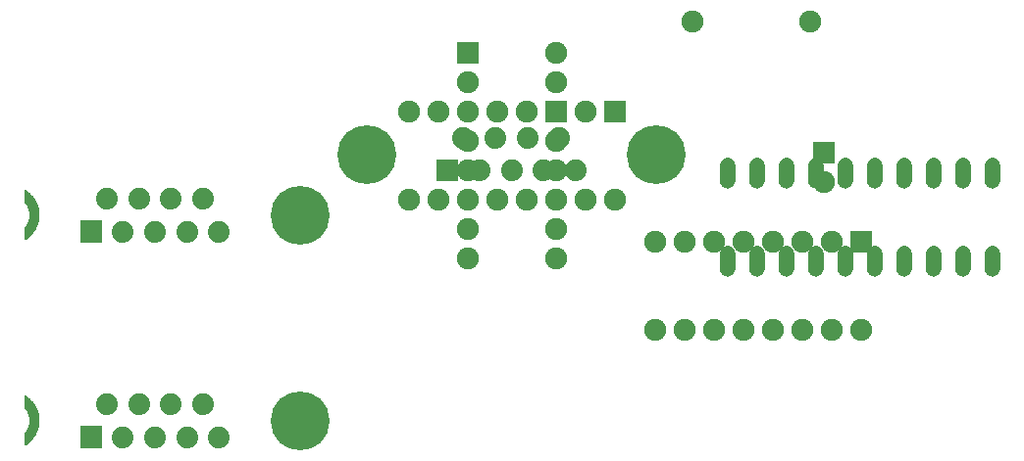
<source format=gbl>
G04 MADE WITH FRITZING*
G04 WWW.FRITZING.ORG*
G04 DOUBLE SIDED*
G04 HOLES PLATED*
G04 CONTOUR ON CENTER OF CONTOUR VECTOR*
%ASAXBY*%
%FSLAX23Y23*%
%MOIN*%
%OFA0B0*%
%SFA1.0B1.0*%
%ADD10C,0.075000*%
%ADD11C,0.052000*%
%ADD12C,0.074000*%
%ADD13C,0.200000*%
%ADD14R,0.075000X0.075000*%
%ADD15R,0.001000X0.001000*%
%LNCOPPER0*%
G90*
G70*
G54D10*
X2006Y1272D03*
X2006Y972D03*
X1906Y1272D03*
X1906Y972D03*
X1806Y1272D03*
X1806Y972D03*
X1706Y1272D03*
X1706Y972D03*
X1606Y1272D03*
X1606Y972D03*
X1506Y1272D03*
X1506Y972D03*
X1406Y1272D03*
X1406Y972D03*
X1306Y1272D03*
X1306Y972D03*
X2844Y829D03*
X2844Y529D03*
X2744Y829D03*
X2744Y529D03*
X2644Y829D03*
X2644Y529D03*
X2544Y829D03*
X2544Y529D03*
X2444Y829D03*
X2444Y529D03*
X2344Y829D03*
X2344Y529D03*
X2244Y829D03*
X2244Y529D03*
X2144Y829D03*
X2144Y529D03*
G54D11*
X2390Y762D03*
X2490Y762D03*
X2990Y762D03*
X3090Y762D03*
X2590Y762D03*
X2690Y762D03*
X2890Y762D03*
X2790Y762D03*
X3190Y762D03*
X3290Y762D03*
X3290Y1062D03*
X3190Y1062D03*
X3090Y1062D03*
X2990Y1062D03*
X2890Y1062D03*
X2790Y1062D03*
X2690Y1062D03*
X2590Y1062D03*
X2490Y1062D03*
X2390Y1062D03*
X2390Y762D03*
X2490Y762D03*
X2990Y762D03*
X3090Y762D03*
X2590Y762D03*
X2690Y762D03*
X2890Y762D03*
X2790Y762D03*
X3190Y762D03*
X3290Y762D03*
X3290Y1062D03*
X3190Y1062D03*
X3090Y1062D03*
X2990Y1062D03*
X2890Y1062D03*
X2790Y1062D03*
X2690Y1062D03*
X2590Y1062D03*
X2490Y1062D03*
X2390Y1062D03*
G54D10*
X1506Y1472D03*
X1806Y1472D03*
X1506Y1372D03*
X1806Y1372D03*
X1506Y1272D03*
X1806Y1272D03*
X1506Y1172D03*
X1806Y1172D03*
X1506Y1072D03*
X1806Y1072D03*
X1506Y972D03*
X1806Y972D03*
X1506Y872D03*
X1806Y872D03*
X1506Y772D03*
X1806Y772D03*
X2271Y1579D03*
X2671Y1579D03*
X2271Y1579D03*
X2671Y1579D03*
X2716Y1134D03*
X2716Y1034D03*
G54D12*
X1437Y1071D03*
X1547Y1071D03*
X1656Y1071D03*
X1765Y1071D03*
X1874Y1071D03*
X1492Y1183D03*
X1601Y1183D03*
X1710Y1183D03*
X1819Y1183D03*
G54D13*
X1163Y1127D03*
X2148Y1127D03*
G54D12*
X226Y864D03*
X335Y864D03*
X444Y864D03*
X553Y864D03*
X662Y864D03*
X281Y976D03*
X390Y976D03*
X498Y976D03*
X607Y976D03*
G54D13*
X936Y920D03*
G54D12*
X226Y164D03*
X335Y164D03*
X444Y164D03*
X553Y164D03*
X662Y164D03*
X281Y276D03*
X390Y276D03*
X498Y276D03*
X607Y276D03*
G54D13*
X936Y220D03*
G54D10*
X1806Y1272D03*
X1806Y972D03*
X1706Y1272D03*
X1706Y972D03*
X1606Y1272D03*
X1606Y972D03*
X1506Y1272D03*
X1506Y972D03*
G54D14*
X2006Y1272D03*
X2844Y829D03*
X1506Y1472D03*
X2716Y1134D03*
X1806Y1272D03*
G54D15*
X2385Y1114D02*
X2396Y1114D01*
X2485Y1114D02*
X2496Y1114D01*
X2585Y1114D02*
X2596Y1114D01*
X2685Y1114D02*
X2696Y1114D01*
X2785Y1114D02*
X2796Y1114D01*
X2885Y1114D02*
X2896Y1114D01*
X2985Y1114D02*
X2996Y1114D01*
X3085Y1114D02*
X3096Y1114D01*
X3185Y1114D02*
X3196Y1114D01*
X3285Y1114D02*
X3296Y1114D01*
X2382Y1113D02*
X2399Y1113D01*
X2482Y1113D02*
X2499Y1113D01*
X2582Y1113D02*
X2599Y1113D01*
X2682Y1113D02*
X2699Y1113D01*
X2782Y1113D02*
X2799Y1113D01*
X2882Y1113D02*
X2899Y1113D01*
X2982Y1113D02*
X2999Y1113D01*
X3082Y1113D02*
X3099Y1113D01*
X3182Y1113D02*
X3199Y1113D01*
X3282Y1113D02*
X3299Y1113D01*
X2380Y1112D02*
X2401Y1112D01*
X2480Y1112D02*
X2501Y1112D01*
X2580Y1112D02*
X2601Y1112D01*
X2680Y1112D02*
X2701Y1112D01*
X2780Y1112D02*
X2801Y1112D01*
X2879Y1112D02*
X2901Y1112D01*
X2979Y1112D02*
X3001Y1112D01*
X3079Y1112D02*
X3101Y1112D01*
X3179Y1112D02*
X3201Y1112D01*
X3279Y1112D02*
X3301Y1112D01*
X2378Y1111D02*
X2403Y1111D01*
X2478Y1111D02*
X2503Y1111D01*
X2578Y1111D02*
X2603Y1111D01*
X2678Y1111D02*
X2703Y1111D01*
X2778Y1111D02*
X2803Y1111D01*
X2878Y1111D02*
X2903Y1111D01*
X2978Y1111D02*
X3003Y1111D01*
X3078Y1111D02*
X3103Y1111D01*
X3178Y1111D02*
X3203Y1111D01*
X3278Y1111D02*
X3303Y1111D01*
X2376Y1110D02*
X2405Y1110D01*
X2476Y1110D02*
X2505Y1110D01*
X2576Y1110D02*
X2605Y1110D01*
X2676Y1110D02*
X2705Y1110D01*
X2776Y1110D02*
X2805Y1110D01*
X2876Y1110D02*
X2905Y1110D01*
X2976Y1110D02*
X3005Y1110D01*
X3076Y1110D02*
X3105Y1110D01*
X3176Y1110D02*
X3205Y1110D01*
X3276Y1110D02*
X3305Y1110D01*
X2375Y1109D02*
X2406Y1109D01*
X2475Y1109D02*
X2506Y1109D01*
X2575Y1109D02*
X2606Y1109D01*
X2675Y1109D02*
X2706Y1109D01*
X2775Y1109D02*
X2806Y1109D01*
X2875Y1109D02*
X2906Y1109D01*
X2975Y1109D02*
X3006Y1109D01*
X3075Y1109D02*
X3106Y1109D01*
X3175Y1109D02*
X3206Y1109D01*
X3275Y1109D02*
X3306Y1109D01*
X1401Y1108D02*
X1474Y1108D01*
X2374Y1108D02*
X2407Y1108D01*
X2474Y1108D02*
X2507Y1108D01*
X2574Y1108D02*
X2607Y1108D01*
X2674Y1108D02*
X2707Y1108D01*
X2774Y1108D02*
X2807Y1108D01*
X2874Y1108D02*
X2907Y1108D01*
X2974Y1108D02*
X3007Y1108D01*
X3074Y1108D02*
X3107Y1108D01*
X3174Y1108D02*
X3207Y1108D01*
X3274Y1108D02*
X3307Y1108D01*
X1401Y1107D02*
X1474Y1107D01*
X2372Y1107D02*
X2408Y1107D01*
X2472Y1107D02*
X2508Y1107D01*
X2572Y1107D02*
X2608Y1107D01*
X2672Y1107D02*
X2708Y1107D01*
X2772Y1107D02*
X2808Y1107D01*
X2872Y1107D02*
X2908Y1107D01*
X2972Y1107D02*
X3008Y1107D01*
X3072Y1107D02*
X3108Y1107D01*
X3172Y1107D02*
X3208Y1107D01*
X3272Y1107D02*
X3308Y1107D01*
X1401Y1106D02*
X1474Y1106D01*
X2372Y1106D02*
X2409Y1106D01*
X2472Y1106D02*
X2509Y1106D01*
X2572Y1106D02*
X2609Y1106D01*
X2672Y1106D02*
X2709Y1106D01*
X2772Y1106D02*
X2809Y1106D01*
X2872Y1106D02*
X2909Y1106D01*
X2972Y1106D02*
X3009Y1106D01*
X3072Y1106D02*
X3109Y1106D01*
X3172Y1106D02*
X3209Y1106D01*
X3272Y1106D02*
X3309Y1106D01*
X1401Y1105D02*
X1474Y1105D01*
X2371Y1105D02*
X2410Y1105D01*
X2471Y1105D02*
X2510Y1105D01*
X2571Y1105D02*
X2610Y1105D01*
X2671Y1105D02*
X2710Y1105D01*
X2771Y1105D02*
X2810Y1105D01*
X2871Y1105D02*
X2910Y1105D01*
X2971Y1105D02*
X3010Y1105D01*
X3071Y1105D02*
X3110Y1105D01*
X3171Y1105D02*
X3210Y1105D01*
X3271Y1105D02*
X3310Y1105D01*
X1401Y1104D02*
X1474Y1104D01*
X2370Y1104D02*
X2411Y1104D01*
X2470Y1104D02*
X2511Y1104D01*
X2570Y1104D02*
X2611Y1104D01*
X2670Y1104D02*
X2711Y1104D01*
X2770Y1104D02*
X2811Y1104D01*
X2870Y1104D02*
X2911Y1104D01*
X2970Y1104D02*
X3011Y1104D01*
X3070Y1104D02*
X3111Y1104D01*
X3170Y1104D02*
X3211Y1104D01*
X3270Y1104D02*
X3311Y1104D01*
X1401Y1103D02*
X1474Y1103D01*
X2369Y1103D02*
X2412Y1103D01*
X2469Y1103D02*
X2512Y1103D01*
X2569Y1103D02*
X2612Y1103D01*
X2669Y1103D02*
X2712Y1103D01*
X2769Y1103D02*
X2812Y1103D01*
X2869Y1103D02*
X2912Y1103D01*
X2969Y1103D02*
X3012Y1103D01*
X3069Y1103D02*
X3112Y1103D01*
X3169Y1103D02*
X3212Y1103D01*
X3269Y1103D02*
X3312Y1103D01*
X1401Y1102D02*
X1474Y1102D01*
X2369Y1102D02*
X2412Y1102D01*
X2469Y1102D02*
X2512Y1102D01*
X2569Y1102D02*
X2612Y1102D01*
X2669Y1102D02*
X2712Y1102D01*
X2769Y1102D02*
X2812Y1102D01*
X2869Y1102D02*
X2912Y1102D01*
X2969Y1102D02*
X3012Y1102D01*
X3069Y1102D02*
X3112Y1102D01*
X3169Y1102D02*
X3212Y1102D01*
X3269Y1102D02*
X3312Y1102D01*
X1401Y1101D02*
X1474Y1101D01*
X2368Y1101D02*
X2413Y1101D01*
X2468Y1101D02*
X2513Y1101D01*
X2568Y1101D02*
X2613Y1101D01*
X2668Y1101D02*
X2713Y1101D01*
X2768Y1101D02*
X2813Y1101D01*
X2868Y1101D02*
X2913Y1101D01*
X2968Y1101D02*
X3013Y1101D01*
X3068Y1101D02*
X3113Y1101D01*
X3168Y1101D02*
X3213Y1101D01*
X3268Y1101D02*
X3313Y1101D01*
X1401Y1100D02*
X1474Y1100D01*
X2368Y1100D02*
X2413Y1100D01*
X2468Y1100D02*
X2513Y1100D01*
X2568Y1100D02*
X2613Y1100D01*
X2668Y1100D02*
X2713Y1100D01*
X2768Y1100D02*
X2813Y1100D01*
X2868Y1100D02*
X2913Y1100D01*
X2968Y1100D02*
X3013Y1100D01*
X3068Y1100D02*
X3113Y1100D01*
X3168Y1100D02*
X3213Y1100D01*
X3268Y1100D02*
X3313Y1100D01*
X1401Y1099D02*
X1474Y1099D01*
X2367Y1099D02*
X2414Y1099D01*
X2467Y1099D02*
X2514Y1099D01*
X2567Y1099D02*
X2614Y1099D01*
X2667Y1099D02*
X2714Y1099D01*
X2767Y1099D02*
X2814Y1099D01*
X2867Y1099D02*
X2914Y1099D01*
X2967Y1099D02*
X3014Y1099D01*
X3067Y1099D02*
X3114Y1099D01*
X3167Y1099D02*
X3214Y1099D01*
X3267Y1099D02*
X3314Y1099D01*
X1401Y1098D02*
X1474Y1098D01*
X2367Y1098D02*
X2414Y1098D01*
X2467Y1098D02*
X2514Y1098D01*
X2567Y1098D02*
X2614Y1098D01*
X2667Y1098D02*
X2714Y1098D01*
X2767Y1098D02*
X2814Y1098D01*
X2867Y1098D02*
X2914Y1098D01*
X2967Y1098D02*
X3014Y1098D01*
X3067Y1098D02*
X3114Y1098D01*
X3167Y1098D02*
X3214Y1098D01*
X3267Y1098D02*
X3314Y1098D01*
X1401Y1097D02*
X1474Y1097D01*
X2366Y1097D02*
X2415Y1097D01*
X2466Y1097D02*
X2515Y1097D01*
X2566Y1097D02*
X2615Y1097D01*
X2666Y1097D02*
X2715Y1097D01*
X2766Y1097D02*
X2815Y1097D01*
X2866Y1097D02*
X2915Y1097D01*
X2966Y1097D02*
X3015Y1097D01*
X3066Y1097D02*
X3115Y1097D01*
X3166Y1097D02*
X3214Y1097D01*
X3266Y1097D02*
X3314Y1097D01*
X1401Y1096D02*
X1474Y1096D01*
X2366Y1096D02*
X2415Y1096D01*
X2466Y1096D02*
X2515Y1096D01*
X2566Y1096D02*
X2615Y1096D01*
X2666Y1096D02*
X2715Y1096D01*
X2766Y1096D02*
X2815Y1096D01*
X2866Y1096D02*
X2915Y1096D01*
X2966Y1096D02*
X3015Y1096D01*
X3066Y1096D02*
X3115Y1096D01*
X3166Y1096D02*
X3215Y1096D01*
X3266Y1096D02*
X3315Y1096D01*
X1401Y1095D02*
X1474Y1095D01*
X2366Y1095D02*
X2415Y1095D01*
X2466Y1095D02*
X2515Y1095D01*
X2566Y1095D02*
X2615Y1095D01*
X2666Y1095D02*
X2715Y1095D01*
X2766Y1095D02*
X2815Y1095D01*
X2866Y1095D02*
X2915Y1095D01*
X2966Y1095D02*
X3015Y1095D01*
X3066Y1095D02*
X3115Y1095D01*
X3166Y1095D02*
X3215Y1095D01*
X3266Y1095D02*
X3315Y1095D01*
X1401Y1094D02*
X1474Y1094D01*
X2365Y1094D02*
X2415Y1094D01*
X2465Y1094D02*
X2515Y1094D01*
X2565Y1094D02*
X2615Y1094D01*
X2665Y1094D02*
X2715Y1094D01*
X2765Y1094D02*
X2815Y1094D01*
X2865Y1094D02*
X2915Y1094D01*
X2965Y1094D02*
X3015Y1094D01*
X3065Y1094D02*
X3115Y1094D01*
X3165Y1094D02*
X3215Y1094D01*
X3265Y1094D02*
X3315Y1094D01*
X1401Y1093D02*
X1474Y1093D01*
X2365Y1093D02*
X2416Y1093D01*
X2465Y1093D02*
X2516Y1093D01*
X2565Y1093D02*
X2616Y1093D01*
X2665Y1093D02*
X2716Y1093D01*
X2765Y1093D02*
X2816Y1093D01*
X2865Y1093D02*
X2916Y1093D01*
X2965Y1093D02*
X3016Y1093D01*
X3065Y1093D02*
X3115Y1093D01*
X3165Y1093D02*
X3215Y1093D01*
X3265Y1093D02*
X3315Y1093D01*
X1401Y1092D02*
X1474Y1092D01*
X2365Y1092D02*
X2416Y1092D01*
X2465Y1092D02*
X2516Y1092D01*
X2565Y1092D02*
X2616Y1092D01*
X2665Y1092D02*
X2716Y1092D01*
X2765Y1092D02*
X2816Y1092D01*
X2865Y1092D02*
X2916Y1092D01*
X2965Y1092D02*
X3016Y1092D01*
X3065Y1092D02*
X3116Y1092D01*
X3165Y1092D02*
X3216Y1092D01*
X3265Y1092D02*
X3316Y1092D01*
X1401Y1091D02*
X1432Y1091D01*
X1444Y1091D02*
X1474Y1091D01*
X2365Y1091D02*
X2416Y1091D01*
X2465Y1091D02*
X2516Y1091D01*
X2565Y1091D02*
X2616Y1091D01*
X2665Y1091D02*
X2716Y1091D01*
X2765Y1091D02*
X2816Y1091D01*
X2865Y1091D02*
X2916Y1091D01*
X2965Y1091D02*
X3016Y1091D01*
X3065Y1091D02*
X3116Y1091D01*
X3165Y1091D02*
X3216Y1091D01*
X3265Y1091D02*
X3316Y1091D01*
X1401Y1090D02*
X1429Y1090D01*
X1447Y1090D02*
X1474Y1090D01*
X2365Y1090D02*
X2416Y1090D01*
X2465Y1090D02*
X2516Y1090D01*
X2565Y1090D02*
X2616Y1090D01*
X2665Y1090D02*
X2716Y1090D01*
X2765Y1090D02*
X2816Y1090D01*
X2865Y1090D02*
X2916Y1090D01*
X2965Y1090D02*
X3016Y1090D01*
X3065Y1090D02*
X3116Y1090D01*
X3165Y1090D02*
X3216Y1090D01*
X3265Y1090D02*
X3316Y1090D01*
X1401Y1089D02*
X1427Y1089D01*
X1448Y1089D02*
X1474Y1089D01*
X2365Y1089D02*
X2416Y1089D01*
X2465Y1089D02*
X2516Y1089D01*
X2565Y1089D02*
X2616Y1089D01*
X2665Y1089D02*
X2716Y1089D01*
X2765Y1089D02*
X2816Y1089D01*
X2865Y1089D02*
X2916Y1089D01*
X2965Y1089D02*
X3016Y1089D01*
X3065Y1089D02*
X3116Y1089D01*
X3165Y1089D02*
X3216Y1089D01*
X3265Y1089D02*
X3316Y1089D01*
X1401Y1088D02*
X1426Y1088D01*
X1450Y1088D02*
X1474Y1088D01*
X2365Y1088D02*
X2416Y1088D01*
X2465Y1088D02*
X2516Y1088D01*
X2565Y1088D02*
X2616Y1088D01*
X2665Y1088D02*
X2716Y1088D01*
X2765Y1088D02*
X2816Y1088D01*
X2865Y1088D02*
X2916Y1088D01*
X2965Y1088D02*
X3016Y1088D01*
X3065Y1088D02*
X3116Y1088D01*
X3165Y1088D02*
X3216Y1088D01*
X3265Y1088D02*
X3316Y1088D01*
X1401Y1087D02*
X1424Y1087D01*
X1451Y1087D02*
X1474Y1087D01*
X2365Y1087D02*
X2416Y1087D01*
X2465Y1087D02*
X2516Y1087D01*
X2565Y1087D02*
X2616Y1087D01*
X2665Y1087D02*
X2716Y1087D01*
X2765Y1087D02*
X2816Y1087D01*
X2865Y1087D02*
X2916Y1087D01*
X2965Y1087D02*
X3016Y1087D01*
X3065Y1087D02*
X3116Y1087D01*
X3165Y1087D02*
X3216Y1087D01*
X3265Y1087D02*
X3316Y1087D01*
X1401Y1086D02*
X1423Y1086D01*
X1452Y1086D02*
X1474Y1086D01*
X2365Y1086D02*
X2416Y1086D01*
X2465Y1086D02*
X2516Y1086D01*
X2565Y1086D02*
X2616Y1086D01*
X2665Y1086D02*
X2716Y1086D01*
X2765Y1086D02*
X2816Y1086D01*
X2865Y1086D02*
X2916Y1086D01*
X2965Y1086D02*
X3016Y1086D01*
X3065Y1086D02*
X3116Y1086D01*
X3165Y1086D02*
X3216Y1086D01*
X3265Y1086D02*
X3316Y1086D01*
X1401Y1085D02*
X1422Y1085D01*
X1453Y1085D02*
X1474Y1085D01*
X2365Y1085D02*
X2416Y1085D01*
X2465Y1085D02*
X2516Y1085D01*
X2565Y1085D02*
X2616Y1085D01*
X2665Y1085D02*
X2716Y1085D01*
X2765Y1085D02*
X2816Y1085D01*
X2865Y1085D02*
X2916Y1085D01*
X2965Y1085D02*
X3016Y1085D01*
X3065Y1085D02*
X3116Y1085D01*
X3165Y1085D02*
X3216Y1085D01*
X3265Y1085D02*
X3316Y1085D01*
X1401Y1084D02*
X1422Y1084D01*
X1454Y1084D02*
X1474Y1084D01*
X2365Y1084D02*
X2416Y1084D01*
X2465Y1084D02*
X2516Y1084D01*
X2565Y1084D02*
X2616Y1084D01*
X2665Y1084D02*
X2716Y1084D01*
X2765Y1084D02*
X2816Y1084D01*
X2865Y1084D02*
X2916Y1084D01*
X2965Y1084D02*
X3016Y1084D01*
X3065Y1084D02*
X3116Y1084D01*
X3165Y1084D02*
X3216Y1084D01*
X3265Y1084D02*
X3316Y1084D01*
X1401Y1083D02*
X1421Y1083D01*
X1455Y1083D02*
X1474Y1083D01*
X2365Y1083D02*
X2416Y1083D01*
X2465Y1083D02*
X2516Y1083D01*
X2565Y1083D02*
X2616Y1083D01*
X2665Y1083D02*
X2716Y1083D01*
X2765Y1083D02*
X2816Y1083D01*
X2865Y1083D02*
X2916Y1083D01*
X2965Y1083D02*
X3016Y1083D01*
X3065Y1083D02*
X3116Y1083D01*
X3165Y1083D02*
X3216Y1083D01*
X3265Y1083D02*
X3316Y1083D01*
X1401Y1082D02*
X1420Y1082D01*
X1455Y1082D02*
X1474Y1082D01*
X2365Y1082D02*
X2416Y1082D01*
X2465Y1082D02*
X2516Y1082D01*
X2565Y1082D02*
X2616Y1082D01*
X2665Y1082D02*
X2716Y1082D01*
X2765Y1082D02*
X2816Y1082D01*
X2865Y1082D02*
X2916Y1082D01*
X2965Y1082D02*
X3016Y1082D01*
X3065Y1082D02*
X3116Y1082D01*
X3165Y1082D02*
X3216Y1082D01*
X3265Y1082D02*
X3316Y1082D01*
X1401Y1081D02*
X1420Y1081D01*
X1456Y1081D02*
X1474Y1081D01*
X2365Y1081D02*
X2416Y1081D01*
X2465Y1081D02*
X2516Y1081D01*
X2565Y1081D02*
X2616Y1081D01*
X2665Y1081D02*
X2716Y1081D01*
X2765Y1081D02*
X2816Y1081D01*
X2865Y1081D02*
X2916Y1081D01*
X2965Y1081D02*
X3016Y1081D01*
X3065Y1081D02*
X3116Y1081D01*
X3165Y1081D02*
X3216Y1081D01*
X3265Y1081D02*
X3316Y1081D01*
X1401Y1080D02*
X1419Y1080D01*
X1457Y1080D02*
X1474Y1080D01*
X2365Y1080D02*
X2416Y1080D01*
X2465Y1080D02*
X2516Y1080D01*
X2565Y1080D02*
X2616Y1080D01*
X2665Y1080D02*
X2716Y1080D01*
X2765Y1080D02*
X2816Y1080D01*
X2865Y1080D02*
X2916Y1080D01*
X2965Y1080D02*
X3016Y1080D01*
X3065Y1080D02*
X3116Y1080D01*
X3165Y1080D02*
X3216Y1080D01*
X3265Y1080D02*
X3316Y1080D01*
X1401Y1079D02*
X1419Y1079D01*
X1457Y1079D02*
X1474Y1079D01*
X2365Y1079D02*
X2416Y1079D01*
X2465Y1079D02*
X2516Y1079D01*
X2565Y1079D02*
X2616Y1079D01*
X2665Y1079D02*
X2716Y1079D01*
X2765Y1079D02*
X2816Y1079D01*
X2865Y1079D02*
X2916Y1079D01*
X2965Y1079D02*
X3016Y1079D01*
X3065Y1079D02*
X3116Y1079D01*
X3165Y1079D02*
X3216Y1079D01*
X3265Y1079D02*
X3316Y1079D01*
X1401Y1078D02*
X1418Y1078D01*
X1457Y1078D02*
X1474Y1078D01*
X2365Y1078D02*
X2385Y1078D01*
X2395Y1078D02*
X2416Y1078D01*
X2465Y1078D02*
X2485Y1078D01*
X2495Y1078D02*
X2516Y1078D01*
X2565Y1078D02*
X2585Y1078D01*
X2595Y1078D02*
X2616Y1078D01*
X2665Y1078D02*
X2685Y1078D01*
X2695Y1078D02*
X2716Y1078D01*
X2765Y1078D02*
X2785Y1078D01*
X2795Y1078D02*
X2816Y1078D01*
X2865Y1078D02*
X2885Y1078D01*
X2895Y1078D02*
X2916Y1078D01*
X2965Y1078D02*
X2985Y1078D01*
X2995Y1078D02*
X3016Y1078D01*
X3065Y1078D02*
X3085Y1078D01*
X3095Y1078D02*
X3116Y1078D01*
X3165Y1078D02*
X3185Y1078D01*
X3195Y1078D02*
X3216Y1078D01*
X3265Y1078D02*
X3285Y1078D01*
X3295Y1078D02*
X3316Y1078D01*
X1401Y1077D02*
X1418Y1077D01*
X1458Y1077D02*
X1474Y1077D01*
X2365Y1077D02*
X2383Y1077D01*
X2398Y1077D02*
X2416Y1077D01*
X2465Y1077D02*
X2483Y1077D01*
X2498Y1077D02*
X2516Y1077D01*
X2565Y1077D02*
X2583Y1077D01*
X2598Y1077D02*
X2616Y1077D01*
X2665Y1077D02*
X2683Y1077D01*
X2698Y1077D02*
X2716Y1077D01*
X2765Y1077D02*
X2783Y1077D01*
X2798Y1077D02*
X2816Y1077D01*
X2865Y1077D02*
X2883Y1077D01*
X2898Y1077D02*
X2916Y1077D01*
X2965Y1077D02*
X2983Y1077D01*
X2998Y1077D02*
X3016Y1077D01*
X3065Y1077D02*
X3083Y1077D01*
X3098Y1077D02*
X3116Y1077D01*
X3165Y1077D02*
X3183Y1077D01*
X3198Y1077D02*
X3216Y1077D01*
X3265Y1077D02*
X3283Y1077D01*
X3298Y1077D02*
X3316Y1077D01*
X1401Y1076D02*
X1418Y1076D01*
X1458Y1076D02*
X1474Y1076D01*
X2365Y1076D02*
X2381Y1076D01*
X2400Y1076D02*
X2416Y1076D01*
X2465Y1076D02*
X2481Y1076D01*
X2500Y1076D02*
X2516Y1076D01*
X2565Y1076D02*
X2581Y1076D01*
X2600Y1076D02*
X2616Y1076D01*
X2665Y1076D02*
X2681Y1076D01*
X2700Y1076D02*
X2716Y1076D01*
X2765Y1076D02*
X2781Y1076D01*
X2800Y1076D02*
X2816Y1076D01*
X2865Y1076D02*
X2881Y1076D01*
X2900Y1076D02*
X2916Y1076D01*
X2965Y1076D02*
X2981Y1076D01*
X3000Y1076D02*
X3016Y1076D01*
X3065Y1076D02*
X3081Y1076D01*
X3100Y1076D02*
X3116Y1076D01*
X3165Y1076D02*
X3181Y1076D01*
X3200Y1076D02*
X3216Y1076D01*
X3265Y1076D02*
X3281Y1076D01*
X3300Y1076D02*
X3316Y1076D01*
X1401Y1075D02*
X1418Y1075D01*
X1458Y1075D02*
X1474Y1075D01*
X2365Y1075D02*
X2380Y1075D01*
X2401Y1075D02*
X2416Y1075D01*
X2465Y1075D02*
X2480Y1075D01*
X2501Y1075D02*
X2516Y1075D01*
X2565Y1075D02*
X2580Y1075D01*
X2601Y1075D02*
X2616Y1075D01*
X2665Y1075D02*
X2680Y1075D01*
X2701Y1075D02*
X2716Y1075D01*
X2765Y1075D02*
X2780Y1075D01*
X2801Y1075D02*
X2816Y1075D01*
X2865Y1075D02*
X2880Y1075D01*
X2901Y1075D02*
X2916Y1075D01*
X2965Y1075D02*
X2980Y1075D01*
X3001Y1075D02*
X3016Y1075D01*
X3065Y1075D02*
X3080Y1075D01*
X3101Y1075D02*
X3116Y1075D01*
X3165Y1075D02*
X3180Y1075D01*
X3201Y1075D02*
X3216Y1075D01*
X3265Y1075D02*
X3280Y1075D01*
X3301Y1075D02*
X3316Y1075D01*
X1401Y1074D02*
X1418Y1074D01*
X1458Y1074D02*
X1474Y1074D01*
X2365Y1074D02*
X2379Y1074D01*
X2402Y1074D02*
X2416Y1074D01*
X2465Y1074D02*
X2479Y1074D01*
X2502Y1074D02*
X2516Y1074D01*
X2565Y1074D02*
X2579Y1074D01*
X2602Y1074D02*
X2616Y1074D01*
X2665Y1074D02*
X2679Y1074D01*
X2702Y1074D02*
X2716Y1074D01*
X2765Y1074D02*
X2779Y1074D01*
X2802Y1074D02*
X2816Y1074D01*
X2865Y1074D02*
X2879Y1074D01*
X2902Y1074D02*
X2916Y1074D01*
X2965Y1074D02*
X2979Y1074D01*
X3002Y1074D02*
X3016Y1074D01*
X3065Y1074D02*
X3079Y1074D01*
X3102Y1074D02*
X3116Y1074D01*
X3165Y1074D02*
X3179Y1074D01*
X3202Y1074D02*
X3216Y1074D01*
X3265Y1074D02*
X3279Y1074D01*
X3302Y1074D02*
X3316Y1074D01*
X1401Y1073D02*
X1417Y1073D01*
X1458Y1073D02*
X1474Y1073D01*
X2365Y1073D02*
X2378Y1073D01*
X2403Y1073D02*
X2416Y1073D01*
X2465Y1073D02*
X2478Y1073D01*
X2503Y1073D02*
X2516Y1073D01*
X2565Y1073D02*
X2578Y1073D01*
X2603Y1073D02*
X2616Y1073D01*
X2665Y1073D02*
X2678Y1073D01*
X2703Y1073D02*
X2716Y1073D01*
X2765Y1073D02*
X2778Y1073D01*
X2803Y1073D02*
X2816Y1073D01*
X2865Y1073D02*
X2878Y1073D01*
X2903Y1073D02*
X2916Y1073D01*
X2965Y1073D02*
X2978Y1073D01*
X3003Y1073D02*
X3016Y1073D01*
X3065Y1073D02*
X3078Y1073D01*
X3103Y1073D02*
X3116Y1073D01*
X3165Y1073D02*
X3178Y1073D01*
X3203Y1073D02*
X3216Y1073D01*
X3265Y1073D02*
X3278Y1073D01*
X3303Y1073D02*
X3316Y1073D01*
X1401Y1072D02*
X1417Y1072D01*
X1458Y1072D02*
X1474Y1072D01*
X2365Y1072D02*
X2377Y1072D01*
X2404Y1072D02*
X2416Y1072D01*
X2465Y1072D02*
X2477Y1072D01*
X2504Y1072D02*
X2516Y1072D01*
X2565Y1072D02*
X2577Y1072D01*
X2604Y1072D02*
X2616Y1072D01*
X2665Y1072D02*
X2677Y1072D01*
X2704Y1072D02*
X2716Y1072D01*
X2765Y1072D02*
X2777Y1072D01*
X2804Y1072D02*
X2816Y1072D01*
X2865Y1072D02*
X2877Y1072D01*
X2904Y1072D02*
X2916Y1072D01*
X2965Y1072D02*
X2977Y1072D01*
X3004Y1072D02*
X3016Y1072D01*
X3065Y1072D02*
X3077Y1072D01*
X3104Y1072D02*
X3116Y1072D01*
X3165Y1072D02*
X3177Y1072D01*
X3204Y1072D02*
X3216Y1072D01*
X3265Y1072D02*
X3277Y1072D01*
X3304Y1072D02*
X3316Y1072D01*
X1401Y1071D02*
X1417Y1071D01*
X1458Y1071D02*
X1474Y1071D01*
X2365Y1071D02*
X2376Y1071D01*
X2405Y1071D02*
X2416Y1071D01*
X2465Y1071D02*
X2476Y1071D01*
X2505Y1071D02*
X2516Y1071D01*
X2565Y1071D02*
X2576Y1071D01*
X2605Y1071D02*
X2616Y1071D01*
X2665Y1071D02*
X2676Y1071D01*
X2705Y1071D02*
X2716Y1071D01*
X2765Y1071D02*
X2776Y1071D01*
X2805Y1071D02*
X2816Y1071D01*
X2865Y1071D02*
X2876Y1071D01*
X2905Y1071D02*
X2916Y1071D01*
X2965Y1071D02*
X2976Y1071D01*
X3005Y1071D02*
X3016Y1071D01*
X3065Y1071D02*
X3076Y1071D01*
X3105Y1071D02*
X3116Y1071D01*
X3165Y1071D02*
X3176Y1071D01*
X3204Y1071D02*
X3216Y1071D01*
X3265Y1071D02*
X3276Y1071D01*
X3304Y1071D02*
X3316Y1071D01*
X1401Y1070D02*
X1417Y1070D01*
X1458Y1070D02*
X1474Y1070D01*
X2365Y1070D02*
X2376Y1070D01*
X2405Y1070D02*
X2416Y1070D01*
X2465Y1070D02*
X2476Y1070D01*
X2505Y1070D02*
X2516Y1070D01*
X2565Y1070D02*
X2576Y1070D01*
X2605Y1070D02*
X2616Y1070D01*
X2665Y1070D02*
X2676Y1070D01*
X2705Y1070D02*
X2716Y1070D01*
X2765Y1070D02*
X2776Y1070D01*
X2805Y1070D02*
X2816Y1070D01*
X2865Y1070D02*
X2876Y1070D01*
X2905Y1070D02*
X2916Y1070D01*
X2965Y1070D02*
X2976Y1070D01*
X3005Y1070D02*
X3016Y1070D01*
X3065Y1070D02*
X3076Y1070D01*
X3105Y1070D02*
X3116Y1070D01*
X3165Y1070D02*
X3176Y1070D01*
X3205Y1070D02*
X3216Y1070D01*
X3265Y1070D02*
X3276Y1070D01*
X3305Y1070D02*
X3316Y1070D01*
X1401Y1069D02*
X1418Y1069D01*
X1458Y1069D02*
X1474Y1069D01*
X2365Y1069D02*
X2375Y1069D01*
X2406Y1069D02*
X2416Y1069D01*
X2465Y1069D02*
X2475Y1069D01*
X2506Y1069D02*
X2516Y1069D01*
X2565Y1069D02*
X2575Y1069D01*
X2606Y1069D02*
X2616Y1069D01*
X2665Y1069D02*
X2675Y1069D01*
X2706Y1069D02*
X2716Y1069D01*
X2765Y1069D02*
X2775Y1069D01*
X2806Y1069D02*
X2816Y1069D01*
X2865Y1069D02*
X2875Y1069D01*
X2906Y1069D02*
X2916Y1069D01*
X2965Y1069D02*
X2975Y1069D01*
X3006Y1069D02*
X3016Y1069D01*
X3065Y1069D02*
X3075Y1069D01*
X3106Y1069D02*
X3116Y1069D01*
X3165Y1069D02*
X3175Y1069D01*
X3206Y1069D02*
X3216Y1069D01*
X3265Y1069D02*
X3275Y1069D01*
X3306Y1069D02*
X3316Y1069D01*
X1401Y1068D02*
X1418Y1068D01*
X1458Y1068D02*
X1474Y1068D01*
X2365Y1068D02*
X2375Y1068D01*
X2406Y1068D02*
X2416Y1068D01*
X2465Y1068D02*
X2475Y1068D01*
X2506Y1068D02*
X2516Y1068D01*
X2565Y1068D02*
X2575Y1068D01*
X2606Y1068D02*
X2616Y1068D01*
X2665Y1068D02*
X2675Y1068D01*
X2706Y1068D02*
X2716Y1068D01*
X2765Y1068D02*
X2775Y1068D01*
X2806Y1068D02*
X2816Y1068D01*
X2865Y1068D02*
X2875Y1068D01*
X2906Y1068D02*
X2916Y1068D01*
X2965Y1068D02*
X2975Y1068D01*
X3006Y1068D02*
X3016Y1068D01*
X3065Y1068D02*
X3075Y1068D01*
X3106Y1068D02*
X3116Y1068D01*
X3165Y1068D02*
X3175Y1068D01*
X3206Y1068D02*
X3216Y1068D01*
X3265Y1068D02*
X3275Y1068D01*
X3306Y1068D02*
X3316Y1068D01*
X1401Y1067D02*
X1418Y1067D01*
X1458Y1067D02*
X1474Y1067D01*
X2365Y1067D02*
X2375Y1067D01*
X2406Y1067D02*
X2416Y1067D01*
X2465Y1067D02*
X2475Y1067D01*
X2506Y1067D02*
X2516Y1067D01*
X2565Y1067D02*
X2575Y1067D01*
X2606Y1067D02*
X2616Y1067D01*
X2665Y1067D02*
X2675Y1067D01*
X2706Y1067D02*
X2716Y1067D01*
X2765Y1067D02*
X2775Y1067D01*
X2806Y1067D02*
X2816Y1067D01*
X2865Y1067D02*
X2875Y1067D01*
X2906Y1067D02*
X2916Y1067D01*
X2965Y1067D02*
X2975Y1067D01*
X3006Y1067D02*
X3016Y1067D01*
X3065Y1067D02*
X3075Y1067D01*
X3106Y1067D02*
X3116Y1067D01*
X3165Y1067D02*
X3175Y1067D01*
X3206Y1067D02*
X3216Y1067D01*
X3265Y1067D02*
X3275Y1067D01*
X3306Y1067D02*
X3316Y1067D01*
X1401Y1066D02*
X1418Y1066D01*
X1457Y1066D02*
X1474Y1066D01*
X2365Y1066D02*
X2374Y1066D01*
X2407Y1066D02*
X2416Y1066D01*
X2465Y1066D02*
X2474Y1066D01*
X2507Y1066D02*
X2516Y1066D01*
X2565Y1066D02*
X2574Y1066D01*
X2607Y1066D02*
X2616Y1066D01*
X2665Y1066D02*
X2674Y1066D01*
X2707Y1066D02*
X2716Y1066D01*
X2765Y1066D02*
X2774Y1066D01*
X2807Y1066D02*
X2816Y1066D01*
X2865Y1066D02*
X2874Y1066D01*
X2907Y1066D02*
X2916Y1066D01*
X2965Y1066D02*
X2974Y1066D01*
X3007Y1066D02*
X3016Y1066D01*
X3065Y1066D02*
X3074Y1066D01*
X3107Y1066D02*
X3116Y1066D01*
X3165Y1066D02*
X3174Y1066D01*
X3206Y1066D02*
X3216Y1066D01*
X3265Y1066D02*
X3274Y1066D01*
X3306Y1066D02*
X3316Y1066D01*
X1401Y1065D02*
X1419Y1065D01*
X1457Y1065D02*
X1474Y1065D01*
X2365Y1065D02*
X2374Y1065D01*
X2407Y1065D02*
X2416Y1065D01*
X2465Y1065D02*
X2474Y1065D01*
X2507Y1065D02*
X2516Y1065D01*
X2565Y1065D02*
X2574Y1065D01*
X2607Y1065D02*
X2616Y1065D01*
X2665Y1065D02*
X2674Y1065D01*
X2707Y1065D02*
X2716Y1065D01*
X2765Y1065D02*
X2774Y1065D01*
X2807Y1065D02*
X2816Y1065D01*
X2865Y1065D02*
X2874Y1065D01*
X2907Y1065D02*
X2916Y1065D01*
X2965Y1065D02*
X2974Y1065D01*
X3007Y1065D02*
X3016Y1065D01*
X3065Y1065D02*
X3074Y1065D01*
X3107Y1065D02*
X3116Y1065D01*
X3165Y1065D02*
X3174Y1065D01*
X3207Y1065D02*
X3216Y1065D01*
X3265Y1065D02*
X3274Y1065D01*
X3307Y1065D02*
X3316Y1065D01*
X1401Y1064D02*
X1419Y1064D01*
X1457Y1064D02*
X1474Y1064D01*
X2365Y1064D02*
X2374Y1064D01*
X2407Y1064D02*
X2416Y1064D01*
X2465Y1064D02*
X2474Y1064D01*
X2507Y1064D02*
X2516Y1064D01*
X2565Y1064D02*
X2574Y1064D01*
X2607Y1064D02*
X2616Y1064D01*
X2665Y1064D02*
X2674Y1064D01*
X2707Y1064D02*
X2716Y1064D01*
X2765Y1064D02*
X2774Y1064D01*
X2807Y1064D02*
X2816Y1064D01*
X2865Y1064D02*
X2874Y1064D01*
X2907Y1064D02*
X2916Y1064D01*
X2965Y1064D02*
X2974Y1064D01*
X3007Y1064D02*
X3016Y1064D01*
X3065Y1064D02*
X3074Y1064D01*
X3107Y1064D02*
X3116Y1064D01*
X3165Y1064D02*
X3174Y1064D01*
X3207Y1064D02*
X3216Y1064D01*
X3265Y1064D02*
X3274Y1064D01*
X3307Y1064D02*
X3316Y1064D01*
X1401Y1063D02*
X1419Y1063D01*
X1456Y1063D02*
X1474Y1063D01*
X2365Y1063D02*
X2374Y1063D01*
X2407Y1063D02*
X2416Y1063D01*
X2465Y1063D02*
X2474Y1063D01*
X2507Y1063D02*
X2516Y1063D01*
X2565Y1063D02*
X2574Y1063D01*
X2607Y1063D02*
X2616Y1063D01*
X2665Y1063D02*
X2674Y1063D01*
X2707Y1063D02*
X2716Y1063D01*
X2765Y1063D02*
X2774Y1063D01*
X2807Y1063D02*
X2816Y1063D01*
X2865Y1063D02*
X2874Y1063D01*
X2907Y1063D02*
X2916Y1063D01*
X2965Y1063D02*
X2974Y1063D01*
X3007Y1063D02*
X3016Y1063D01*
X3065Y1063D02*
X3074Y1063D01*
X3107Y1063D02*
X3116Y1063D01*
X3165Y1063D02*
X3174Y1063D01*
X3207Y1063D02*
X3216Y1063D01*
X3265Y1063D02*
X3274Y1063D01*
X3307Y1063D02*
X3316Y1063D01*
X1401Y1062D02*
X1420Y1062D01*
X1456Y1062D02*
X1474Y1062D01*
X2365Y1062D02*
X2374Y1062D01*
X2407Y1062D02*
X2416Y1062D01*
X2465Y1062D02*
X2474Y1062D01*
X2507Y1062D02*
X2516Y1062D01*
X2565Y1062D02*
X2574Y1062D01*
X2607Y1062D02*
X2616Y1062D01*
X2665Y1062D02*
X2674Y1062D01*
X2707Y1062D02*
X2716Y1062D01*
X2765Y1062D02*
X2774Y1062D01*
X2807Y1062D02*
X2816Y1062D01*
X2865Y1062D02*
X2874Y1062D01*
X2907Y1062D02*
X2916Y1062D01*
X2965Y1062D02*
X2974Y1062D01*
X3007Y1062D02*
X3016Y1062D01*
X3065Y1062D02*
X3074Y1062D01*
X3107Y1062D02*
X3116Y1062D01*
X3165Y1062D02*
X3174Y1062D01*
X3207Y1062D02*
X3216Y1062D01*
X3265Y1062D02*
X3274Y1062D01*
X3307Y1062D02*
X3316Y1062D01*
X1401Y1061D02*
X1421Y1061D01*
X1455Y1061D02*
X1474Y1061D01*
X2365Y1061D02*
X2374Y1061D01*
X2407Y1061D02*
X2416Y1061D01*
X2465Y1061D02*
X2474Y1061D01*
X2507Y1061D02*
X2516Y1061D01*
X2565Y1061D02*
X2574Y1061D01*
X2607Y1061D02*
X2616Y1061D01*
X2665Y1061D02*
X2674Y1061D01*
X2707Y1061D02*
X2716Y1061D01*
X2765Y1061D02*
X2774Y1061D01*
X2807Y1061D02*
X2816Y1061D01*
X2865Y1061D02*
X2874Y1061D01*
X2907Y1061D02*
X2916Y1061D01*
X2965Y1061D02*
X2974Y1061D01*
X3007Y1061D02*
X3016Y1061D01*
X3065Y1061D02*
X3074Y1061D01*
X3107Y1061D02*
X3116Y1061D01*
X3165Y1061D02*
X3174Y1061D01*
X3207Y1061D02*
X3216Y1061D01*
X3265Y1061D02*
X3274Y1061D01*
X3307Y1061D02*
X3316Y1061D01*
X1401Y1060D02*
X1421Y1060D01*
X1454Y1060D02*
X1474Y1060D01*
X2365Y1060D02*
X2374Y1060D01*
X2407Y1060D02*
X2416Y1060D01*
X2465Y1060D02*
X2474Y1060D01*
X2507Y1060D02*
X2516Y1060D01*
X2565Y1060D02*
X2574Y1060D01*
X2607Y1060D02*
X2616Y1060D01*
X2665Y1060D02*
X2674Y1060D01*
X2707Y1060D02*
X2716Y1060D01*
X2765Y1060D02*
X2774Y1060D01*
X2807Y1060D02*
X2816Y1060D01*
X2865Y1060D02*
X2874Y1060D01*
X2907Y1060D02*
X2916Y1060D01*
X2965Y1060D02*
X2974Y1060D01*
X3007Y1060D02*
X3016Y1060D01*
X3065Y1060D02*
X3074Y1060D01*
X3107Y1060D02*
X3116Y1060D01*
X3165Y1060D02*
X3174Y1060D01*
X3207Y1060D02*
X3216Y1060D01*
X3265Y1060D02*
X3274Y1060D01*
X3307Y1060D02*
X3316Y1060D01*
X1401Y1059D02*
X1422Y1059D01*
X1454Y1059D02*
X1474Y1059D01*
X2365Y1059D02*
X2374Y1059D01*
X2406Y1059D02*
X2416Y1059D01*
X2465Y1059D02*
X2474Y1059D01*
X2506Y1059D02*
X2516Y1059D01*
X2565Y1059D02*
X2574Y1059D01*
X2606Y1059D02*
X2616Y1059D01*
X2665Y1059D02*
X2674Y1059D01*
X2706Y1059D02*
X2716Y1059D01*
X2765Y1059D02*
X2774Y1059D01*
X2806Y1059D02*
X2816Y1059D01*
X2865Y1059D02*
X2874Y1059D01*
X2906Y1059D02*
X2916Y1059D01*
X2965Y1059D02*
X2974Y1059D01*
X3006Y1059D02*
X3016Y1059D01*
X3065Y1059D02*
X3074Y1059D01*
X3106Y1059D02*
X3116Y1059D01*
X3165Y1059D02*
X3174Y1059D01*
X3206Y1059D02*
X3216Y1059D01*
X3265Y1059D02*
X3274Y1059D01*
X3306Y1059D02*
X3316Y1059D01*
X1401Y1058D02*
X1423Y1058D01*
X1453Y1058D02*
X1474Y1058D01*
X2365Y1058D02*
X2375Y1058D01*
X2406Y1058D02*
X2416Y1058D01*
X2465Y1058D02*
X2475Y1058D01*
X2506Y1058D02*
X2516Y1058D01*
X2565Y1058D02*
X2575Y1058D01*
X2606Y1058D02*
X2616Y1058D01*
X2665Y1058D02*
X2675Y1058D01*
X2706Y1058D02*
X2716Y1058D01*
X2765Y1058D02*
X2775Y1058D01*
X2806Y1058D02*
X2816Y1058D01*
X2865Y1058D02*
X2875Y1058D01*
X2906Y1058D02*
X2916Y1058D01*
X2965Y1058D02*
X2975Y1058D01*
X3006Y1058D02*
X3016Y1058D01*
X3065Y1058D02*
X3075Y1058D01*
X3106Y1058D02*
X3116Y1058D01*
X3165Y1058D02*
X3175Y1058D01*
X3206Y1058D02*
X3216Y1058D01*
X3265Y1058D02*
X3275Y1058D01*
X3306Y1058D02*
X3316Y1058D01*
X1401Y1057D02*
X1424Y1057D01*
X1452Y1057D02*
X1474Y1057D01*
X2365Y1057D02*
X2375Y1057D01*
X2406Y1057D02*
X2416Y1057D01*
X2465Y1057D02*
X2475Y1057D01*
X2506Y1057D02*
X2516Y1057D01*
X2565Y1057D02*
X2575Y1057D01*
X2606Y1057D02*
X2616Y1057D01*
X2665Y1057D02*
X2675Y1057D01*
X2706Y1057D02*
X2716Y1057D01*
X2765Y1057D02*
X2775Y1057D01*
X2806Y1057D02*
X2816Y1057D01*
X2865Y1057D02*
X2875Y1057D01*
X2906Y1057D02*
X2916Y1057D01*
X2965Y1057D02*
X2975Y1057D01*
X3006Y1057D02*
X3016Y1057D01*
X3065Y1057D02*
X3075Y1057D01*
X3106Y1057D02*
X3116Y1057D01*
X3165Y1057D02*
X3175Y1057D01*
X3206Y1057D02*
X3216Y1057D01*
X3265Y1057D02*
X3275Y1057D01*
X3306Y1057D02*
X3316Y1057D01*
X1401Y1056D02*
X1425Y1056D01*
X1450Y1056D02*
X1474Y1056D01*
X2365Y1056D02*
X2375Y1056D01*
X2405Y1056D02*
X2416Y1056D01*
X2465Y1056D02*
X2475Y1056D01*
X2505Y1056D02*
X2516Y1056D01*
X2565Y1056D02*
X2575Y1056D01*
X2605Y1056D02*
X2616Y1056D01*
X2665Y1056D02*
X2675Y1056D01*
X2705Y1056D02*
X2716Y1056D01*
X2765Y1056D02*
X2775Y1056D01*
X2805Y1056D02*
X2816Y1056D01*
X2865Y1056D02*
X2875Y1056D01*
X2905Y1056D02*
X2916Y1056D01*
X2965Y1056D02*
X2975Y1056D01*
X3005Y1056D02*
X3016Y1056D01*
X3065Y1056D02*
X3075Y1056D01*
X3105Y1056D02*
X3116Y1056D01*
X3165Y1056D02*
X3175Y1056D01*
X3205Y1056D02*
X3216Y1056D01*
X3265Y1056D02*
X3275Y1056D01*
X3305Y1056D02*
X3316Y1056D01*
X1401Y1055D02*
X1427Y1055D01*
X1449Y1055D02*
X1474Y1055D01*
X2365Y1055D02*
X2376Y1055D01*
X2405Y1055D02*
X2416Y1055D01*
X2465Y1055D02*
X2476Y1055D01*
X2505Y1055D02*
X2516Y1055D01*
X2565Y1055D02*
X2576Y1055D01*
X2605Y1055D02*
X2616Y1055D01*
X2665Y1055D02*
X2676Y1055D01*
X2705Y1055D02*
X2716Y1055D01*
X2765Y1055D02*
X2776Y1055D01*
X2805Y1055D02*
X2816Y1055D01*
X2865Y1055D02*
X2876Y1055D01*
X2905Y1055D02*
X2916Y1055D01*
X2965Y1055D02*
X2976Y1055D01*
X3005Y1055D02*
X3016Y1055D01*
X3065Y1055D02*
X3076Y1055D01*
X3105Y1055D02*
X3116Y1055D01*
X3165Y1055D02*
X3176Y1055D01*
X3205Y1055D02*
X3216Y1055D01*
X3265Y1055D02*
X3276Y1055D01*
X3305Y1055D02*
X3316Y1055D01*
X1401Y1054D02*
X1428Y1054D01*
X1447Y1054D02*
X1474Y1054D01*
X2365Y1054D02*
X2377Y1054D01*
X2404Y1054D02*
X2416Y1054D01*
X2465Y1054D02*
X2477Y1054D01*
X2504Y1054D02*
X2516Y1054D01*
X2565Y1054D02*
X2577Y1054D01*
X2604Y1054D02*
X2616Y1054D01*
X2665Y1054D02*
X2677Y1054D01*
X2704Y1054D02*
X2716Y1054D01*
X2765Y1054D02*
X2777Y1054D01*
X2804Y1054D02*
X2816Y1054D01*
X2865Y1054D02*
X2877Y1054D01*
X2904Y1054D02*
X2916Y1054D01*
X2965Y1054D02*
X2977Y1054D01*
X3004Y1054D02*
X3016Y1054D01*
X3065Y1054D02*
X3077Y1054D01*
X3104Y1054D02*
X3116Y1054D01*
X3165Y1054D02*
X3176Y1054D01*
X3204Y1054D02*
X3216Y1054D01*
X3265Y1054D02*
X3276Y1054D01*
X3304Y1054D02*
X3316Y1054D01*
X1401Y1053D02*
X1431Y1053D01*
X1445Y1053D02*
X1474Y1053D01*
X2365Y1053D02*
X2377Y1053D01*
X2404Y1053D02*
X2416Y1053D01*
X2465Y1053D02*
X2477Y1053D01*
X2504Y1053D02*
X2516Y1053D01*
X2565Y1053D02*
X2577Y1053D01*
X2604Y1053D02*
X2616Y1053D01*
X2665Y1053D02*
X2677Y1053D01*
X2704Y1053D02*
X2716Y1053D01*
X2765Y1053D02*
X2777Y1053D01*
X2804Y1053D02*
X2816Y1053D01*
X2865Y1053D02*
X2877Y1053D01*
X2903Y1053D02*
X2916Y1053D01*
X2965Y1053D02*
X2977Y1053D01*
X3003Y1053D02*
X3016Y1053D01*
X3065Y1053D02*
X3077Y1053D01*
X3103Y1053D02*
X3116Y1053D01*
X3165Y1053D02*
X3177Y1053D01*
X3203Y1053D02*
X3216Y1053D01*
X3265Y1053D02*
X3277Y1053D01*
X3303Y1053D02*
X3316Y1053D01*
X1401Y1052D02*
X1436Y1052D01*
X1440Y1052D02*
X1474Y1052D01*
X2365Y1052D02*
X2378Y1052D01*
X2403Y1052D02*
X2416Y1052D01*
X2465Y1052D02*
X2478Y1052D01*
X2503Y1052D02*
X2516Y1052D01*
X2565Y1052D02*
X2578Y1052D01*
X2603Y1052D02*
X2616Y1052D01*
X2665Y1052D02*
X2678Y1052D01*
X2703Y1052D02*
X2716Y1052D01*
X2765Y1052D02*
X2778Y1052D01*
X2803Y1052D02*
X2816Y1052D01*
X2865Y1052D02*
X2878Y1052D01*
X2903Y1052D02*
X2916Y1052D01*
X2965Y1052D02*
X2978Y1052D01*
X3003Y1052D02*
X3016Y1052D01*
X3065Y1052D02*
X3078Y1052D01*
X3103Y1052D02*
X3116Y1052D01*
X3165Y1052D02*
X3178Y1052D01*
X3203Y1052D02*
X3216Y1052D01*
X3265Y1052D02*
X3278Y1052D01*
X3303Y1052D02*
X3316Y1052D01*
X1401Y1051D02*
X1474Y1051D01*
X2365Y1051D02*
X2379Y1051D01*
X2402Y1051D02*
X2416Y1051D01*
X2465Y1051D02*
X2479Y1051D01*
X2502Y1051D02*
X2516Y1051D01*
X2565Y1051D02*
X2579Y1051D01*
X2602Y1051D02*
X2616Y1051D01*
X2665Y1051D02*
X2679Y1051D01*
X2702Y1051D02*
X2716Y1051D01*
X2765Y1051D02*
X2779Y1051D01*
X2802Y1051D02*
X2816Y1051D01*
X2865Y1051D02*
X2879Y1051D01*
X2902Y1051D02*
X2916Y1051D01*
X2965Y1051D02*
X2979Y1051D01*
X3002Y1051D02*
X3016Y1051D01*
X3065Y1051D02*
X3079Y1051D01*
X3102Y1051D02*
X3116Y1051D01*
X3165Y1051D02*
X3179Y1051D01*
X3202Y1051D02*
X3216Y1051D01*
X3265Y1051D02*
X3279Y1051D01*
X3302Y1051D02*
X3316Y1051D01*
X1401Y1050D02*
X1474Y1050D01*
X2365Y1050D02*
X2380Y1050D01*
X2401Y1050D02*
X2416Y1050D01*
X2465Y1050D02*
X2480Y1050D01*
X2501Y1050D02*
X2516Y1050D01*
X2565Y1050D02*
X2580Y1050D01*
X2601Y1050D02*
X2616Y1050D01*
X2665Y1050D02*
X2680Y1050D01*
X2700Y1050D02*
X2716Y1050D01*
X2765Y1050D02*
X2780Y1050D01*
X2800Y1050D02*
X2816Y1050D01*
X2865Y1050D02*
X2880Y1050D01*
X2900Y1050D02*
X2916Y1050D01*
X2965Y1050D02*
X2980Y1050D01*
X3000Y1050D02*
X3016Y1050D01*
X3065Y1050D02*
X3080Y1050D01*
X3100Y1050D02*
X3116Y1050D01*
X3165Y1050D02*
X3180Y1050D01*
X3200Y1050D02*
X3216Y1050D01*
X3265Y1050D02*
X3280Y1050D01*
X3300Y1050D02*
X3316Y1050D01*
X1401Y1049D02*
X1474Y1049D01*
X2365Y1049D02*
X2382Y1049D01*
X2399Y1049D02*
X2416Y1049D01*
X2465Y1049D02*
X2482Y1049D01*
X2499Y1049D02*
X2516Y1049D01*
X2565Y1049D02*
X2582Y1049D01*
X2599Y1049D02*
X2616Y1049D01*
X2665Y1049D02*
X2682Y1049D01*
X2699Y1049D02*
X2716Y1049D01*
X2765Y1049D02*
X2782Y1049D01*
X2799Y1049D02*
X2816Y1049D01*
X2865Y1049D02*
X2882Y1049D01*
X2899Y1049D02*
X2916Y1049D01*
X2965Y1049D02*
X2982Y1049D01*
X2999Y1049D02*
X3016Y1049D01*
X3065Y1049D02*
X3082Y1049D01*
X3099Y1049D02*
X3116Y1049D01*
X3165Y1049D02*
X3182Y1049D01*
X3199Y1049D02*
X3216Y1049D01*
X3265Y1049D02*
X3282Y1049D01*
X3299Y1049D02*
X3316Y1049D01*
X1401Y1048D02*
X1474Y1048D01*
X2365Y1048D02*
X2384Y1048D01*
X2397Y1048D02*
X2416Y1048D01*
X2465Y1048D02*
X2484Y1048D01*
X2497Y1048D02*
X2516Y1048D01*
X2565Y1048D02*
X2584Y1048D01*
X2597Y1048D02*
X2616Y1048D01*
X2665Y1048D02*
X2684Y1048D01*
X2697Y1048D02*
X2716Y1048D01*
X2765Y1048D02*
X2784Y1048D01*
X2797Y1048D02*
X2816Y1048D01*
X2865Y1048D02*
X2884Y1048D01*
X2897Y1048D02*
X2916Y1048D01*
X2965Y1048D02*
X2984Y1048D01*
X2997Y1048D02*
X3016Y1048D01*
X3065Y1048D02*
X3084Y1048D01*
X3097Y1048D02*
X3116Y1048D01*
X3165Y1048D02*
X3184Y1048D01*
X3197Y1048D02*
X3216Y1048D01*
X3265Y1048D02*
X3284Y1048D01*
X3297Y1048D02*
X3316Y1048D01*
X1401Y1047D02*
X1474Y1047D01*
X2365Y1047D02*
X2387Y1047D01*
X2394Y1047D02*
X2416Y1047D01*
X2465Y1047D02*
X2487Y1047D01*
X2494Y1047D02*
X2516Y1047D01*
X2565Y1047D02*
X2587Y1047D01*
X2593Y1047D02*
X2616Y1047D01*
X2665Y1047D02*
X2687Y1047D01*
X2693Y1047D02*
X2716Y1047D01*
X2765Y1047D02*
X2787Y1047D01*
X2793Y1047D02*
X2816Y1047D01*
X2865Y1047D02*
X2887Y1047D01*
X2893Y1047D02*
X2916Y1047D01*
X2965Y1047D02*
X2987Y1047D01*
X2993Y1047D02*
X3016Y1047D01*
X3065Y1047D02*
X3087Y1047D01*
X3093Y1047D02*
X3116Y1047D01*
X3165Y1047D02*
X3187Y1047D01*
X3193Y1047D02*
X3216Y1047D01*
X3265Y1047D02*
X3287Y1047D01*
X3293Y1047D02*
X3316Y1047D01*
X1401Y1046D02*
X1474Y1046D01*
X2365Y1046D02*
X2416Y1046D01*
X2465Y1046D02*
X2516Y1046D01*
X2565Y1046D02*
X2616Y1046D01*
X2665Y1046D02*
X2716Y1046D01*
X2765Y1046D02*
X2816Y1046D01*
X2865Y1046D02*
X2916Y1046D01*
X2965Y1046D02*
X3016Y1046D01*
X3065Y1046D02*
X3116Y1046D01*
X3165Y1046D02*
X3216Y1046D01*
X3265Y1046D02*
X3316Y1046D01*
X1401Y1045D02*
X1474Y1045D01*
X2365Y1045D02*
X2416Y1045D01*
X2465Y1045D02*
X2516Y1045D01*
X2565Y1045D02*
X2616Y1045D01*
X2665Y1045D02*
X2716Y1045D01*
X2765Y1045D02*
X2816Y1045D01*
X2865Y1045D02*
X2916Y1045D01*
X2965Y1045D02*
X3016Y1045D01*
X3065Y1045D02*
X3116Y1045D01*
X3165Y1045D02*
X3216Y1045D01*
X3265Y1045D02*
X3316Y1045D01*
X1401Y1044D02*
X1474Y1044D01*
X2365Y1044D02*
X2416Y1044D01*
X2465Y1044D02*
X2516Y1044D01*
X2565Y1044D02*
X2616Y1044D01*
X2665Y1044D02*
X2716Y1044D01*
X2765Y1044D02*
X2816Y1044D01*
X2865Y1044D02*
X2916Y1044D01*
X2965Y1044D02*
X3016Y1044D01*
X3065Y1044D02*
X3116Y1044D01*
X3165Y1044D02*
X3216Y1044D01*
X3265Y1044D02*
X3316Y1044D01*
X1401Y1043D02*
X1474Y1043D01*
X2365Y1043D02*
X2416Y1043D01*
X2465Y1043D02*
X2516Y1043D01*
X2565Y1043D02*
X2616Y1043D01*
X2665Y1043D02*
X2716Y1043D01*
X2765Y1043D02*
X2816Y1043D01*
X2865Y1043D02*
X2916Y1043D01*
X2965Y1043D02*
X3016Y1043D01*
X3065Y1043D02*
X3116Y1043D01*
X3165Y1043D02*
X3216Y1043D01*
X3265Y1043D02*
X3316Y1043D01*
X1401Y1042D02*
X1474Y1042D01*
X2365Y1042D02*
X2416Y1042D01*
X2465Y1042D02*
X2516Y1042D01*
X2565Y1042D02*
X2616Y1042D01*
X2665Y1042D02*
X2716Y1042D01*
X2765Y1042D02*
X2816Y1042D01*
X2865Y1042D02*
X2916Y1042D01*
X2965Y1042D02*
X3016Y1042D01*
X3065Y1042D02*
X3116Y1042D01*
X3165Y1042D02*
X3216Y1042D01*
X3265Y1042D02*
X3316Y1042D01*
X1401Y1041D02*
X1474Y1041D01*
X2365Y1041D02*
X2416Y1041D01*
X2465Y1041D02*
X2516Y1041D01*
X2565Y1041D02*
X2616Y1041D01*
X2665Y1041D02*
X2716Y1041D01*
X2765Y1041D02*
X2816Y1041D01*
X2865Y1041D02*
X2916Y1041D01*
X2965Y1041D02*
X3016Y1041D01*
X3065Y1041D02*
X3116Y1041D01*
X3165Y1041D02*
X3216Y1041D01*
X3265Y1041D02*
X3316Y1041D01*
X1401Y1040D02*
X1474Y1040D01*
X2365Y1040D02*
X2416Y1040D01*
X2465Y1040D02*
X2516Y1040D01*
X2565Y1040D02*
X2616Y1040D01*
X2665Y1040D02*
X2716Y1040D01*
X2765Y1040D02*
X2816Y1040D01*
X2865Y1040D02*
X2916Y1040D01*
X2965Y1040D02*
X3016Y1040D01*
X3065Y1040D02*
X3116Y1040D01*
X3165Y1040D02*
X3216Y1040D01*
X3265Y1040D02*
X3316Y1040D01*
X1401Y1039D02*
X1474Y1039D01*
X2365Y1039D02*
X2416Y1039D01*
X2465Y1039D02*
X2516Y1039D01*
X2565Y1039D02*
X2616Y1039D01*
X2665Y1039D02*
X2716Y1039D01*
X2765Y1039D02*
X2816Y1039D01*
X2865Y1039D02*
X2916Y1039D01*
X2965Y1039D02*
X3016Y1039D01*
X3065Y1039D02*
X3116Y1039D01*
X3165Y1039D02*
X3216Y1039D01*
X3265Y1039D02*
X3316Y1039D01*
X1401Y1038D02*
X1474Y1038D01*
X2365Y1038D02*
X2416Y1038D01*
X2465Y1038D02*
X2516Y1038D01*
X2565Y1038D02*
X2616Y1038D01*
X2665Y1038D02*
X2716Y1038D01*
X2765Y1038D02*
X2816Y1038D01*
X2865Y1038D02*
X2916Y1038D01*
X2965Y1038D02*
X3016Y1038D01*
X3065Y1038D02*
X3116Y1038D01*
X3165Y1038D02*
X3216Y1038D01*
X3265Y1038D02*
X3316Y1038D01*
X1401Y1037D02*
X1474Y1037D01*
X2365Y1037D02*
X2416Y1037D01*
X2465Y1037D02*
X2516Y1037D01*
X2565Y1037D02*
X2616Y1037D01*
X2665Y1037D02*
X2716Y1037D01*
X2765Y1037D02*
X2816Y1037D01*
X2865Y1037D02*
X2916Y1037D01*
X2965Y1037D02*
X3016Y1037D01*
X3065Y1037D02*
X3116Y1037D01*
X3165Y1037D02*
X3216Y1037D01*
X3265Y1037D02*
X3316Y1037D01*
X1401Y1036D02*
X1474Y1036D01*
X2365Y1036D02*
X2416Y1036D01*
X2465Y1036D02*
X2516Y1036D01*
X2565Y1036D02*
X2616Y1036D01*
X2665Y1036D02*
X2716Y1036D01*
X2765Y1036D02*
X2816Y1036D01*
X2865Y1036D02*
X2916Y1036D01*
X2965Y1036D02*
X3016Y1036D01*
X3065Y1036D02*
X3116Y1036D01*
X3165Y1036D02*
X3216Y1036D01*
X3265Y1036D02*
X3316Y1036D01*
X1402Y1035D02*
X1474Y1035D01*
X2365Y1035D02*
X2416Y1035D01*
X2465Y1035D02*
X2516Y1035D01*
X2565Y1035D02*
X2616Y1035D01*
X2665Y1035D02*
X2716Y1035D01*
X2765Y1035D02*
X2816Y1035D01*
X2865Y1035D02*
X2916Y1035D01*
X2965Y1035D02*
X3016Y1035D01*
X3065Y1035D02*
X3116Y1035D01*
X3165Y1035D02*
X3216Y1035D01*
X3265Y1035D02*
X3316Y1035D01*
X2365Y1034D02*
X2416Y1034D01*
X2465Y1034D02*
X2516Y1034D01*
X2565Y1034D02*
X2616Y1034D01*
X2665Y1034D02*
X2716Y1034D01*
X2765Y1034D02*
X2816Y1034D01*
X2865Y1034D02*
X2916Y1034D01*
X2965Y1034D02*
X3016Y1034D01*
X3065Y1034D02*
X3116Y1034D01*
X3165Y1034D02*
X3216Y1034D01*
X3265Y1034D02*
X3316Y1034D01*
X2365Y1033D02*
X2416Y1033D01*
X2465Y1033D02*
X2516Y1033D01*
X2565Y1033D02*
X2616Y1033D01*
X2665Y1033D02*
X2716Y1033D01*
X2765Y1033D02*
X2816Y1033D01*
X2865Y1033D02*
X2916Y1033D01*
X2965Y1033D02*
X3016Y1033D01*
X3065Y1033D02*
X3116Y1033D01*
X3165Y1033D02*
X3216Y1033D01*
X3265Y1033D02*
X3316Y1033D01*
X2365Y1032D02*
X2415Y1032D01*
X2465Y1032D02*
X2515Y1032D01*
X2565Y1032D02*
X2615Y1032D01*
X2665Y1032D02*
X2715Y1032D01*
X2765Y1032D02*
X2815Y1032D01*
X2865Y1032D02*
X2915Y1032D01*
X2965Y1032D02*
X3015Y1032D01*
X3065Y1032D02*
X3115Y1032D01*
X3165Y1032D02*
X3215Y1032D01*
X3265Y1032D02*
X3315Y1032D01*
X2366Y1031D02*
X2415Y1031D01*
X2466Y1031D02*
X2515Y1031D01*
X2566Y1031D02*
X2615Y1031D01*
X2666Y1031D02*
X2715Y1031D01*
X2766Y1031D02*
X2815Y1031D01*
X2866Y1031D02*
X2915Y1031D01*
X2966Y1031D02*
X3015Y1031D01*
X3066Y1031D02*
X3115Y1031D01*
X3166Y1031D02*
X3215Y1031D01*
X3266Y1031D02*
X3315Y1031D01*
X2366Y1030D02*
X2415Y1030D01*
X2466Y1030D02*
X2515Y1030D01*
X2566Y1030D02*
X2615Y1030D01*
X2666Y1030D02*
X2715Y1030D01*
X2766Y1030D02*
X2815Y1030D01*
X2866Y1030D02*
X2915Y1030D01*
X2966Y1030D02*
X3015Y1030D01*
X3066Y1030D02*
X3115Y1030D01*
X3166Y1030D02*
X3215Y1030D01*
X3266Y1030D02*
X3315Y1030D01*
X2366Y1029D02*
X2415Y1029D01*
X2466Y1029D02*
X2515Y1029D01*
X2566Y1029D02*
X2615Y1029D01*
X2666Y1029D02*
X2715Y1029D01*
X2766Y1029D02*
X2815Y1029D01*
X2866Y1029D02*
X2915Y1029D01*
X2966Y1029D02*
X3015Y1029D01*
X3066Y1029D02*
X3115Y1029D01*
X3166Y1029D02*
X3215Y1029D01*
X3266Y1029D02*
X3315Y1029D01*
X2366Y1028D02*
X2414Y1028D01*
X2466Y1028D02*
X2514Y1028D01*
X2566Y1028D02*
X2614Y1028D01*
X2666Y1028D02*
X2714Y1028D01*
X2766Y1028D02*
X2814Y1028D01*
X2866Y1028D02*
X2914Y1028D01*
X2966Y1028D02*
X3014Y1028D01*
X3066Y1028D02*
X3114Y1028D01*
X3166Y1028D02*
X3214Y1028D01*
X3266Y1028D02*
X3314Y1028D01*
X2367Y1027D02*
X2414Y1027D01*
X2467Y1027D02*
X2514Y1027D01*
X2567Y1027D02*
X2614Y1027D01*
X2667Y1027D02*
X2714Y1027D01*
X2767Y1027D02*
X2814Y1027D01*
X2867Y1027D02*
X2914Y1027D01*
X2967Y1027D02*
X3014Y1027D01*
X3067Y1027D02*
X3114Y1027D01*
X3167Y1027D02*
X3214Y1027D01*
X3267Y1027D02*
X3314Y1027D01*
X2367Y1026D02*
X2414Y1026D01*
X2467Y1026D02*
X2514Y1026D01*
X2567Y1026D02*
X2614Y1026D01*
X2667Y1026D02*
X2714Y1026D01*
X2767Y1026D02*
X2814Y1026D01*
X2867Y1026D02*
X2914Y1026D01*
X2967Y1026D02*
X3014Y1026D01*
X3067Y1026D02*
X3113Y1026D01*
X3167Y1026D02*
X3213Y1026D01*
X3267Y1026D02*
X3313Y1026D01*
X2368Y1025D02*
X2413Y1025D01*
X2468Y1025D02*
X2513Y1025D01*
X2568Y1025D02*
X2613Y1025D01*
X2668Y1025D02*
X2713Y1025D01*
X2768Y1025D02*
X2813Y1025D01*
X2868Y1025D02*
X2913Y1025D01*
X2968Y1025D02*
X3013Y1025D01*
X3068Y1025D02*
X3113Y1025D01*
X3168Y1025D02*
X3213Y1025D01*
X3268Y1025D02*
X3313Y1025D01*
X2368Y1024D02*
X2412Y1024D01*
X2468Y1024D02*
X2512Y1024D01*
X2568Y1024D02*
X2612Y1024D01*
X2668Y1024D02*
X2712Y1024D01*
X2768Y1024D02*
X2812Y1024D01*
X2868Y1024D02*
X2912Y1024D01*
X2968Y1024D02*
X3012Y1024D01*
X3068Y1024D02*
X3112Y1024D01*
X3168Y1024D02*
X3212Y1024D01*
X3268Y1024D02*
X3312Y1024D01*
X2369Y1023D02*
X2412Y1023D01*
X2469Y1023D02*
X2512Y1023D01*
X2569Y1023D02*
X2612Y1023D01*
X2669Y1023D02*
X2712Y1023D01*
X2769Y1023D02*
X2812Y1023D01*
X2869Y1023D02*
X2912Y1023D01*
X2969Y1023D02*
X3012Y1023D01*
X3069Y1023D02*
X3112Y1023D01*
X3169Y1023D02*
X3212Y1023D01*
X3269Y1023D02*
X3312Y1023D01*
X2370Y1022D02*
X2411Y1022D01*
X2470Y1022D02*
X2511Y1022D01*
X2570Y1022D02*
X2611Y1022D01*
X2670Y1022D02*
X2711Y1022D01*
X2770Y1022D02*
X2811Y1022D01*
X2870Y1022D02*
X2911Y1022D01*
X2970Y1022D02*
X3011Y1022D01*
X3069Y1022D02*
X3111Y1022D01*
X3169Y1022D02*
X3211Y1022D01*
X3269Y1022D02*
X3311Y1022D01*
X2370Y1021D02*
X2411Y1021D01*
X2470Y1021D02*
X2510Y1021D01*
X2570Y1021D02*
X2610Y1021D01*
X2670Y1021D02*
X2710Y1021D01*
X2770Y1021D02*
X2810Y1021D01*
X2870Y1021D02*
X2910Y1021D01*
X2970Y1021D02*
X3010Y1021D01*
X3070Y1021D02*
X3110Y1021D01*
X3170Y1021D02*
X3210Y1021D01*
X3270Y1021D02*
X3310Y1021D01*
X2371Y1020D02*
X2410Y1020D01*
X2471Y1020D02*
X2510Y1020D01*
X2571Y1020D02*
X2610Y1020D01*
X2671Y1020D02*
X2710Y1020D01*
X2771Y1020D02*
X2810Y1020D01*
X2871Y1020D02*
X2910Y1020D01*
X2971Y1020D02*
X3010Y1020D01*
X3071Y1020D02*
X3110Y1020D01*
X3171Y1020D02*
X3210Y1020D01*
X3271Y1020D02*
X3310Y1020D01*
X2372Y1019D02*
X2409Y1019D01*
X2472Y1019D02*
X2509Y1019D01*
X2572Y1019D02*
X2609Y1019D01*
X2672Y1019D02*
X2709Y1019D01*
X2772Y1019D02*
X2809Y1019D01*
X2872Y1019D02*
X2909Y1019D01*
X2972Y1019D02*
X3009Y1019D01*
X3072Y1019D02*
X3109Y1019D01*
X3172Y1019D02*
X3209Y1019D01*
X3272Y1019D02*
X3309Y1019D01*
X2373Y1018D02*
X2408Y1018D01*
X2473Y1018D02*
X2508Y1018D01*
X2573Y1018D02*
X2608Y1018D01*
X2673Y1018D02*
X2708Y1018D01*
X2773Y1018D02*
X2808Y1018D01*
X2873Y1018D02*
X2908Y1018D01*
X2973Y1018D02*
X3008Y1018D01*
X3073Y1018D02*
X3108Y1018D01*
X3173Y1018D02*
X3208Y1018D01*
X3273Y1018D02*
X3308Y1018D01*
X2374Y1017D02*
X2407Y1017D01*
X2474Y1017D02*
X2507Y1017D01*
X2574Y1017D02*
X2607Y1017D01*
X2674Y1017D02*
X2707Y1017D01*
X2774Y1017D02*
X2807Y1017D01*
X2874Y1017D02*
X2907Y1017D01*
X2974Y1017D02*
X3007Y1017D01*
X3074Y1017D02*
X3107Y1017D01*
X3174Y1017D02*
X3207Y1017D01*
X3274Y1017D02*
X3307Y1017D01*
X2375Y1016D02*
X2405Y1016D01*
X2475Y1016D02*
X2505Y1016D01*
X2575Y1016D02*
X2605Y1016D01*
X2675Y1016D02*
X2705Y1016D01*
X2775Y1016D02*
X2805Y1016D01*
X2875Y1016D02*
X2905Y1016D01*
X2975Y1016D02*
X3005Y1016D01*
X3075Y1016D02*
X3105Y1016D01*
X3175Y1016D02*
X3205Y1016D01*
X3275Y1016D02*
X3305Y1016D01*
X2377Y1015D02*
X2404Y1015D01*
X2477Y1015D02*
X2504Y1015D01*
X2577Y1015D02*
X2604Y1015D01*
X2677Y1015D02*
X2704Y1015D01*
X2777Y1015D02*
X2804Y1015D01*
X2877Y1015D02*
X2904Y1015D01*
X2977Y1015D02*
X3004Y1015D01*
X3077Y1015D02*
X3104Y1015D01*
X3177Y1015D02*
X3204Y1015D01*
X3277Y1015D02*
X3304Y1015D01*
X2379Y1014D02*
X2402Y1014D01*
X2479Y1014D02*
X2502Y1014D01*
X2579Y1014D02*
X2602Y1014D01*
X2679Y1014D02*
X2702Y1014D01*
X2779Y1014D02*
X2802Y1014D01*
X2879Y1014D02*
X2902Y1014D01*
X2979Y1014D02*
X3002Y1014D01*
X3079Y1014D02*
X3102Y1014D01*
X3179Y1014D02*
X3202Y1014D01*
X3278Y1014D02*
X3302Y1014D01*
X2380Y1013D02*
X2400Y1013D01*
X2480Y1013D02*
X2500Y1013D01*
X2580Y1013D02*
X2600Y1013D01*
X2680Y1013D02*
X2700Y1013D01*
X2780Y1013D02*
X2800Y1013D01*
X2880Y1013D02*
X2900Y1013D01*
X2980Y1013D02*
X3000Y1013D01*
X3080Y1013D02*
X3100Y1013D01*
X3180Y1013D02*
X3200Y1013D01*
X3280Y1013D02*
X3300Y1013D01*
X2383Y1012D02*
X2398Y1012D01*
X2483Y1012D02*
X2498Y1012D01*
X2583Y1012D02*
X2598Y1012D01*
X2683Y1012D02*
X2698Y1012D01*
X2783Y1012D02*
X2798Y1012D01*
X2883Y1012D02*
X2898Y1012D01*
X2983Y1012D02*
X2998Y1012D01*
X3083Y1012D02*
X3098Y1012D01*
X3183Y1012D02*
X3198Y1012D01*
X3283Y1012D02*
X3298Y1012D01*
X2387Y1011D02*
X2393Y1011D01*
X2487Y1011D02*
X2493Y1011D01*
X2587Y1011D02*
X2593Y1011D01*
X2687Y1011D02*
X2693Y1011D01*
X2787Y1011D02*
X2793Y1011D01*
X2887Y1011D02*
X2893Y1011D01*
X2987Y1011D02*
X2993Y1011D01*
X3087Y1011D02*
X3093Y1011D01*
X3187Y1011D02*
X3193Y1011D01*
X3287Y1011D02*
X3293Y1011D01*
X1Y1007D02*
X1Y1007D01*
X1Y1006D02*
X3Y1006D01*
X1Y1005D02*
X4Y1005D01*
X1Y1004D02*
X6Y1004D01*
X1Y1003D02*
X8Y1003D01*
X1Y1002D02*
X9Y1002D01*
X1Y1001D02*
X10Y1001D01*
X1Y1000D02*
X12Y1000D01*
X1Y999D02*
X13Y999D01*
X1Y998D02*
X14Y998D01*
X1Y997D02*
X16Y997D01*
X1Y996D02*
X17Y996D01*
X1Y995D02*
X18Y995D01*
X1Y994D02*
X19Y994D01*
X1Y993D02*
X20Y993D01*
X1Y992D02*
X21Y992D01*
X1Y991D02*
X22Y991D01*
X1Y990D02*
X23Y990D01*
X1Y989D02*
X24Y989D01*
X1Y988D02*
X25Y988D01*
X1Y987D02*
X26Y987D01*
X1Y986D02*
X27Y986D01*
X1Y985D02*
X28Y985D01*
X1Y984D02*
X29Y984D01*
X1Y983D02*
X29Y983D01*
X1Y982D02*
X30Y982D01*
X1Y981D02*
X31Y981D01*
X1Y980D02*
X32Y980D01*
X1Y979D02*
X32Y979D01*
X1Y978D02*
X33Y978D01*
X1Y977D02*
X34Y977D01*
X1Y976D02*
X35Y976D01*
X1Y975D02*
X35Y975D01*
X1Y974D02*
X36Y974D01*
X1Y973D02*
X37Y973D01*
X1Y972D02*
X37Y972D01*
X1Y971D02*
X38Y971D01*
X1Y970D02*
X38Y970D01*
X1Y969D02*
X39Y969D01*
X1Y968D02*
X40Y968D01*
X1Y967D02*
X40Y967D01*
X1Y966D02*
X41Y966D01*
X1Y965D02*
X41Y965D01*
X1Y964D02*
X42Y964D01*
X2Y963D02*
X42Y963D01*
X3Y962D02*
X43Y962D01*
X3Y961D02*
X43Y961D01*
X4Y960D02*
X44Y960D01*
X5Y959D02*
X44Y959D01*
X6Y958D02*
X44Y958D01*
X6Y957D02*
X45Y957D01*
X7Y956D02*
X45Y956D01*
X8Y955D02*
X46Y955D01*
X8Y954D02*
X46Y954D01*
X9Y953D02*
X46Y953D01*
X10Y952D02*
X47Y952D01*
X10Y951D02*
X47Y951D01*
X11Y950D02*
X47Y950D01*
X11Y949D02*
X48Y949D01*
X12Y948D02*
X48Y948D01*
X12Y947D02*
X48Y947D01*
X12Y946D02*
X48Y946D01*
X13Y945D02*
X49Y945D01*
X13Y944D02*
X49Y944D01*
X14Y943D02*
X49Y943D01*
X14Y942D02*
X49Y942D01*
X14Y941D02*
X50Y941D01*
X15Y940D02*
X50Y940D01*
X15Y939D02*
X50Y939D01*
X15Y938D02*
X50Y938D01*
X16Y937D02*
X50Y937D01*
X16Y936D02*
X50Y936D01*
X16Y935D02*
X51Y935D01*
X16Y934D02*
X51Y934D01*
X17Y933D02*
X51Y933D01*
X17Y932D02*
X51Y932D01*
X17Y931D02*
X51Y931D01*
X17Y930D02*
X51Y930D01*
X17Y929D02*
X51Y929D01*
X17Y928D02*
X51Y928D01*
X17Y927D02*
X52Y927D01*
X18Y926D02*
X52Y926D01*
X18Y925D02*
X52Y925D01*
X18Y924D02*
X52Y924D01*
X18Y923D02*
X52Y923D01*
X18Y922D02*
X52Y922D01*
X18Y921D02*
X52Y921D01*
X18Y920D02*
X52Y920D01*
X18Y919D02*
X52Y919D01*
X18Y918D02*
X52Y918D01*
X18Y917D02*
X52Y917D01*
X18Y916D02*
X52Y916D01*
X18Y915D02*
X52Y915D01*
X18Y914D02*
X52Y914D01*
X17Y913D02*
X51Y913D01*
X17Y912D02*
X51Y912D01*
X17Y911D02*
X51Y911D01*
X17Y910D02*
X51Y910D01*
X17Y909D02*
X51Y909D01*
X17Y908D02*
X51Y908D01*
X17Y907D02*
X51Y907D01*
X16Y906D02*
X51Y906D01*
X16Y905D02*
X51Y905D01*
X16Y904D02*
X50Y904D01*
X16Y903D02*
X50Y903D01*
X15Y902D02*
X50Y902D01*
X15Y901D02*
X50Y901D01*
X190Y901D02*
X263Y901D01*
X15Y900D02*
X50Y900D01*
X190Y900D02*
X263Y900D01*
X14Y899D02*
X49Y899D01*
X190Y899D02*
X263Y899D01*
X14Y898D02*
X49Y898D01*
X190Y898D02*
X263Y898D01*
X14Y897D02*
X49Y897D01*
X190Y897D02*
X263Y897D01*
X13Y896D02*
X49Y896D01*
X190Y896D02*
X263Y896D01*
X13Y895D02*
X49Y895D01*
X190Y895D02*
X263Y895D01*
X12Y894D02*
X48Y894D01*
X190Y894D02*
X263Y894D01*
X12Y893D02*
X48Y893D01*
X190Y893D02*
X263Y893D01*
X11Y892D02*
X48Y892D01*
X190Y892D02*
X263Y892D01*
X11Y891D02*
X47Y891D01*
X190Y891D02*
X263Y891D01*
X10Y890D02*
X47Y890D01*
X190Y890D02*
X263Y890D01*
X10Y889D02*
X47Y889D01*
X190Y889D02*
X263Y889D01*
X9Y888D02*
X46Y888D01*
X190Y888D02*
X263Y888D01*
X9Y887D02*
X46Y887D01*
X190Y887D02*
X263Y887D01*
X8Y886D02*
X46Y886D01*
X190Y886D02*
X263Y886D01*
X8Y885D02*
X45Y885D01*
X190Y885D02*
X263Y885D01*
X7Y884D02*
X45Y884D01*
X190Y884D02*
X223Y884D01*
X229Y884D02*
X263Y884D01*
X6Y883D02*
X45Y883D01*
X190Y883D02*
X219Y883D01*
X234Y883D02*
X263Y883D01*
X5Y882D02*
X44Y882D01*
X190Y882D02*
X217Y882D01*
X236Y882D02*
X263Y882D01*
X5Y881D02*
X44Y881D01*
X190Y881D02*
X215Y881D01*
X238Y881D02*
X263Y881D01*
X4Y880D02*
X43Y880D01*
X190Y880D02*
X214Y880D01*
X239Y880D02*
X263Y880D01*
X3Y879D02*
X43Y879D01*
X190Y879D02*
X212Y879D01*
X240Y879D02*
X263Y879D01*
X2Y878D02*
X42Y878D01*
X190Y878D02*
X211Y878D01*
X241Y878D02*
X263Y878D01*
X1Y877D02*
X42Y877D01*
X190Y877D02*
X211Y877D01*
X242Y877D02*
X263Y877D01*
X1Y876D02*
X41Y876D01*
X190Y876D02*
X210Y876D01*
X243Y876D02*
X263Y876D01*
X1Y875D02*
X41Y875D01*
X190Y875D02*
X209Y875D01*
X244Y875D02*
X263Y875D01*
X1Y874D02*
X40Y874D01*
X190Y874D02*
X208Y874D01*
X244Y874D02*
X263Y874D01*
X1Y873D02*
X40Y873D01*
X190Y873D02*
X208Y873D01*
X245Y873D02*
X263Y873D01*
X1Y872D02*
X39Y872D01*
X190Y872D02*
X207Y872D01*
X245Y872D02*
X263Y872D01*
X1Y871D02*
X39Y871D01*
X190Y871D02*
X207Y871D01*
X246Y871D02*
X263Y871D01*
X1Y870D02*
X38Y870D01*
X190Y870D02*
X207Y870D01*
X246Y870D02*
X263Y870D01*
X1Y869D02*
X38Y869D01*
X190Y869D02*
X206Y869D01*
X246Y869D02*
X263Y869D01*
X1Y868D02*
X37Y868D01*
X190Y868D02*
X206Y868D01*
X246Y868D02*
X263Y868D01*
X1Y867D02*
X36Y867D01*
X190Y867D02*
X206Y867D01*
X247Y867D02*
X263Y867D01*
X1Y866D02*
X36Y866D01*
X190Y866D02*
X206Y866D01*
X247Y866D02*
X263Y866D01*
X1Y865D02*
X35Y865D01*
X190Y865D02*
X206Y865D01*
X247Y865D02*
X263Y865D01*
X1Y864D02*
X34Y864D01*
X190Y864D02*
X206Y864D01*
X247Y864D02*
X263Y864D01*
X1Y863D02*
X34Y863D01*
X190Y863D02*
X206Y863D01*
X247Y863D02*
X263Y863D01*
X1Y862D02*
X33Y862D01*
X190Y862D02*
X206Y862D01*
X247Y862D02*
X263Y862D01*
X1Y861D02*
X32Y861D01*
X190Y861D02*
X206Y861D01*
X246Y861D02*
X263Y861D01*
X1Y860D02*
X31Y860D01*
X190Y860D02*
X206Y860D01*
X246Y860D02*
X263Y860D01*
X1Y859D02*
X31Y859D01*
X190Y859D02*
X207Y859D01*
X246Y859D02*
X263Y859D01*
X1Y858D02*
X30Y858D01*
X190Y858D02*
X207Y858D01*
X246Y858D02*
X263Y858D01*
X1Y857D02*
X29Y857D01*
X190Y857D02*
X207Y857D01*
X245Y857D02*
X263Y857D01*
X1Y856D02*
X28Y856D01*
X190Y856D02*
X208Y856D01*
X245Y856D02*
X263Y856D01*
X1Y855D02*
X28Y855D01*
X190Y855D02*
X208Y855D01*
X244Y855D02*
X263Y855D01*
X1Y854D02*
X27Y854D01*
X190Y854D02*
X209Y854D01*
X244Y854D02*
X263Y854D01*
X1Y853D02*
X26Y853D01*
X190Y853D02*
X209Y853D01*
X243Y853D02*
X263Y853D01*
X1Y852D02*
X25Y852D01*
X190Y852D02*
X210Y852D01*
X242Y852D02*
X263Y852D01*
X1Y851D02*
X24Y851D01*
X190Y851D02*
X211Y851D01*
X242Y851D02*
X263Y851D01*
X1Y850D02*
X23Y850D01*
X190Y850D02*
X212Y850D01*
X241Y850D02*
X263Y850D01*
X1Y849D02*
X22Y849D01*
X190Y849D02*
X213Y849D01*
X240Y849D02*
X263Y849D01*
X1Y848D02*
X21Y848D01*
X190Y848D02*
X214Y848D01*
X238Y848D02*
X263Y848D01*
X1Y847D02*
X20Y847D01*
X190Y847D02*
X216Y847D01*
X237Y847D02*
X263Y847D01*
X1Y846D02*
X19Y846D01*
X190Y846D02*
X218Y846D01*
X235Y846D02*
X263Y846D01*
X1Y845D02*
X18Y845D01*
X190Y845D02*
X221Y845D01*
X232Y845D02*
X263Y845D01*
X1Y844D02*
X16Y844D01*
X190Y844D02*
X263Y844D01*
X1Y843D02*
X15Y843D01*
X190Y843D02*
X263Y843D01*
X1Y842D02*
X14Y842D01*
X190Y842D02*
X263Y842D01*
X1Y841D02*
X13Y841D01*
X190Y841D02*
X263Y841D01*
X1Y840D02*
X11Y840D01*
X190Y840D02*
X263Y840D01*
X1Y839D02*
X10Y839D01*
X190Y839D02*
X263Y839D01*
X1Y838D02*
X9Y838D01*
X190Y838D02*
X263Y838D01*
X1Y837D02*
X7Y837D01*
X190Y837D02*
X263Y837D01*
X1Y836D02*
X6Y836D01*
X190Y836D02*
X263Y836D01*
X1Y835D02*
X4Y835D01*
X190Y835D02*
X263Y835D01*
X1Y834D02*
X2Y834D01*
X190Y834D02*
X263Y834D01*
X1Y833D02*
X1Y833D01*
X190Y833D02*
X263Y833D01*
X190Y832D02*
X263Y832D01*
X190Y831D02*
X263Y831D01*
X190Y830D02*
X263Y830D01*
X190Y829D02*
X263Y829D01*
X190Y828D02*
X263Y828D01*
X2385Y814D02*
X2396Y814D01*
X2485Y814D02*
X2496Y814D01*
X2585Y814D02*
X2596Y814D01*
X2685Y814D02*
X2696Y814D01*
X2785Y814D02*
X2796Y814D01*
X2885Y814D02*
X2896Y814D01*
X2985Y814D02*
X2996Y814D01*
X3085Y814D02*
X3096Y814D01*
X3185Y814D02*
X3196Y814D01*
X3285Y814D02*
X3296Y814D01*
X2382Y813D02*
X2399Y813D01*
X2482Y813D02*
X2499Y813D01*
X2582Y813D02*
X2599Y813D01*
X2682Y813D02*
X2699Y813D01*
X2782Y813D02*
X2799Y813D01*
X2882Y813D02*
X2899Y813D01*
X2982Y813D02*
X2999Y813D01*
X3082Y813D02*
X3099Y813D01*
X3182Y813D02*
X3199Y813D01*
X3281Y813D02*
X3299Y813D01*
X2379Y812D02*
X2401Y812D01*
X2479Y812D02*
X2501Y812D01*
X2579Y812D02*
X2601Y812D01*
X2679Y812D02*
X2701Y812D01*
X2779Y812D02*
X2801Y812D01*
X2879Y812D02*
X2901Y812D01*
X2979Y812D02*
X3001Y812D01*
X3079Y812D02*
X3101Y812D01*
X3179Y812D02*
X3201Y812D01*
X3279Y812D02*
X3301Y812D01*
X2378Y811D02*
X2403Y811D01*
X2478Y811D02*
X2503Y811D01*
X2578Y811D02*
X2603Y811D01*
X2678Y811D02*
X2703Y811D01*
X2778Y811D02*
X2803Y811D01*
X2878Y811D02*
X2903Y811D01*
X2978Y811D02*
X3003Y811D01*
X3078Y811D02*
X3103Y811D01*
X3178Y811D02*
X3203Y811D01*
X3278Y811D02*
X3303Y811D01*
X2376Y810D02*
X2405Y810D01*
X2476Y810D02*
X2505Y810D01*
X2576Y810D02*
X2605Y810D01*
X2676Y810D02*
X2705Y810D01*
X2776Y810D02*
X2805Y810D01*
X2876Y810D02*
X2905Y810D01*
X2976Y810D02*
X3005Y810D01*
X3076Y810D02*
X3105Y810D01*
X3176Y810D02*
X3205Y810D01*
X3276Y810D02*
X3305Y810D01*
X2375Y809D02*
X2406Y809D01*
X2475Y809D02*
X2506Y809D01*
X2575Y809D02*
X2606Y809D01*
X2675Y809D02*
X2706Y809D01*
X2775Y809D02*
X2806Y809D01*
X2875Y809D02*
X2906Y809D01*
X2975Y809D02*
X3006Y809D01*
X3075Y809D02*
X3106Y809D01*
X3175Y809D02*
X3206Y809D01*
X3275Y809D02*
X3306Y809D01*
X2374Y808D02*
X2407Y808D01*
X2474Y808D02*
X2507Y808D01*
X2574Y808D02*
X2607Y808D01*
X2674Y808D02*
X2707Y808D01*
X2774Y808D02*
X2807Y808D01*
X2874Y808D02*
X2907Y808D01*
X2974Y808D02*
X3007Y808D01*
X3074Y808D02*
X3107Y808D01*
X3174Y808D02*
X3207Y808D01*
X3274Y808D02*
X3307Y808D01*
X2372Y807D02*
X2408Y807D01*
X2472Y807D02*
X2508Y807D01*
X2572Y807D02*
X2608Y807D01*
X2672Y807D02*
X2708Y807D01*
X2772Y807D02*
X2808Y807D01*
X2872Y807D02*
X2908Y807D01*
X2972Y807D02*
X3008Y807D01*
X3072Y807D02*
X3108Y807D01*
X3172Y807D02*
X3208Y807D01*
X3272Y807D02*
X3308Y807D01*
X2372Y806D02*
X2409Y806D01*
X2472Y806D02*
X2509Y806D01*
X2572Y806D02*
X2609Y806D01*
X2672Y806D02*
X2709Y806D01*
X2772Y806D02*
X2809Y806D01*
X2872Y806D02*
X2909Y806D01*
X2972Y806D02*
X3009Y806D01*
X3072Y806D02*
X3109Y806D01*
X3172Y806D02*
X3209Y806D01*
X3272Y806D02*
X3309Y806D01*
X2371Y805D02*
X2410Y805D01*
X2471Y805D02*
X2510Y805D01*
X2571Y805D02*
X2610Y805D01*
X2671Y805D02*
X2710Y805D01*
X2771Y805D02*
X2810Y805D01*
X2871Y805D02*
X2910Y805D01*
X2971Y805D02*
X3010Y805D01*
X3071Y805D02*
X3110Y805D01*
X3171Y805D02*
X3210Y805D01*
X3271Y805D02*
X3310Y805D01*
X2370Y804D02*
X2411Y804D01*
X2470Y804D02*
X2511Y804D01*
X2570Y804D02*
X2611Y804D01*
X2670Y804D02*
X2711Y804D01*
X2770Y804D02*
X2811Y804D01*
X2870Y804D02*
X2911Y804D01*
X2970Y804D02*
X3011Y804D01*
X3070Y804D02*
X3111Y804D01*
X3170Y804D02*
X3211Y804D01*
X3270Y804D02*
X3311Y804D01*
X2369Y803D02*
X2412Y803D01*
X2469Y803D02*
X2512Y803D01*
X2569Y803D02*
X2612Y803D01*
X2669Y803D02*
X2712Y803D01*
X2769Y803D02*
X2812Y803D01*
X2869Y803D02*
X2912Y803D01*
X2969Y803D02*
X3012Y803D01*
X3069Y803D02*
X3112Y803D01*
X3169Y803D02*
X3212Y803D01*
X3269Y803D02*
X3312Y803D01*
X2369Y802D02*
X2412Y802D01*
X2469Y802D02*
X2512Y802D01*
X2569Y802D02*
X2612Y802D01*
X2669Y802D02*
X2712Y802D01*
X2769Y802D02*
X2812Y802D01*
X2869Y802D02*
X2912Y802D01*
X2969Y802D02*
X3012Y802D01*
X3069Y802D02*
X3112Y802D01*
X3169Y802D02*
X3212Y802D01*
X3269Y802D02*
X3312Y802D01*
X2368Y801D02*
X2413Y801D01*
X2468Y801D02*
X2513Y801D01*
X2568Y801D02*
X2613Y801D01*
X2668Y801D02*
X2713Y801D01*
X2768Y801D02*
X2813Y801D01*
X2868Y801D02*
X2913Y801D01*
X2968Y801D02*
X3013Y801D01*
X3068Y801D02*
X3113Y801D01*
X3168Y801D02*
X3213Y801D01*
X3268Y801D02*
X3313Y801D01*
X2368Y800D02*
X2413Y800D01*
X2468Y800D02*
X2513Y800D01*
X2568Y800D02*
X2613Y800D01*
X2668Y800D02*
X2713Y800D01*
X2768Y800D02*
X2813Y800D01*
X2868Y800D02*
X2913Y800D01*
X2968Y800D02*
X3013Y800D01*
X3068Y800D02*
X3113Y800D01*
X3168Y800D02*
X3213Y800D01*
X3268Y800D02*
X3313Y800D01*
X2367Y799D02*
X2414Y799D01*
X2467Y799D02*
X2514Y799D01*
X2567Y799D02*
X2614Y799D01*
X2667Y799D02*
X2714Y799D01*
X2767Y799D02*
X2814Y799D01*
X2867Y799D02*
X2914Y799D01*
X2967Y799D02*
X3014Y799D01*
X3067Y799D02*
X3114Y799D01*
X3167Y799D02*
X3214Y799D01*
X3267Y799D02*
X3314Y799D01*
X2367Y798D02*
X2414Y798D01*
X2467Y798D02*
X2514Y798D01*
X2567Y798D02*
X2614Y798D01*
X2667Y798D02*
X2714Y798D01*
X2767Y798D02*
X2814Y798D01*
X2867Y798D02*
X2914Y798D01*
X2967Y798D02*
X3014Y798D01*
X3067Y798D02*
X3114Y798D01*
X3167Y798D02*
X3214Y798D01*
X3267Y798D02*
X3314Y798D01*
X2366Y797D02*
X2415Y797D01*
X2466Y797D02*
X2515Y797D01*
X2566Y797D02*
X2615Y797D01*
X2666Y797D02*
X2715Y797D01*
X2766Y797D02*
X2815Y797D01*
X2866Y797D02*
X2915Y797D01*
X2966Y797D02*
X3015Y797D01*
X3066Y797D02*
X3115Y797D01*
X3166Y797D02*
X3215Y797D01*
X3266Y797D02*
X3315Y797D01*
X2366Y796D02*
X2415Y796D01*
X2466Y796D02*
X2515Y796D01*
X2566Y796D02*
X2615Y796D01*
X2666Y796D02*
X2715Y796D01*
X2766Y796D02*
X2815Y796D01*
X2866Y796D02*
X2915Y796D01*
X2966Y796D02*
X3015Y796D01*
X3066Y796D02*
X3115Y796D01*
X3166Y796D02*
X3215Y796D01*
X3266Y796D02*
X3315Y796D01*
X2366Y795D02*
X2415Y795D01*
X2466Y795D02*
X2515Y795D01*
X2566Y795D02*
X2615Y795D01*
X2666Y795D02*
X2715Y795D01*
X2766Y795D02*
X2815Y795D01*
X2866Y795D02*
X2915Y795D01*
X2966Y795D02*
X3015Y795D01*
X3066Y795D02*
X3115Y795D01*
X3166Y795D02*
X3215Y795D01*
X3266Y795D02*
X3315Y795D01*
X2365Y794D02*
X2415Y794D01*
X2465Y794D02*
X2515Y794D01*
X2565Y794D02*
X2615Y794D01*
X2665Y794D02*
X2715Y794D01*
X2765Y794D02*
X2815Y794D01*
X2865Y794D02*
X2915Y794D01*
X2965Y794D02*
X3015Y794D01*
X3065Y794D02*
X3115Y794D01*
X3165Y794D02*
X3215Y794D01*
X3265Y794D02*
X3315Y794D01*
X2365Y793D02*
X2416Y793D01*
X2465Y793D02*
X2516Y793D01*
X2565Y793D02*
X2616Y793D01*
X2665Y793D02*
X2716Y793D01*
X2765Y793D02*
X2816Y793D01*
X2865Y793D02*
X2916Y793D01*
X2965Y793D02*
X3016Y793D01*
X3065Y793D02*
X3115Y793D01*
X3165Y793D02*
X3215Y793D01*
X3265Y793D02*
X3315Y793D01*
X2365Y792D02*
X2416Y792D01*
X2465Y792D02*
X2516Y792D01*
X2565Y792D02*
X2616Y792D01*
X2665Y792D02*
X2716Y792D01*
X2765Y792D02*
X2816Y792D01*
X2865Y792D02*
X2916Y792D01*
X2965Y792D02*
X3016Y792D01*
X3065Y792D02*
X3116Y792D01*
X3165Y792D02*
X3216Y792D01*
X3265Y792D02*
X3316Y792D01*
X2365Y791D02*
X2416Y791D01*
X2465Y791D02*
X2516Y791D01*
X2565Y791D02*
X2616Y791D01*
X2665Y791D02*
X2716Y791D01*
X2765Y791D02*
X2816Y791D01*
X2865Y791D02*
X2916Y791D01*
X2965Y791D02*
X3016Y791D01*
X3065Y791D02*
X3116Y791D01*
X3165Y791D02*
X3216Y791D01*
X3265Y791D02*
X3316Y791D01*
X2365Y790D02*
X2416Y790D01*
X2465Y790D02*
X2516Y790D01*
X2565Y790D02*
X2616Y790D01*
X2665Y790D02*
X2716Y790D01*
X2765Y790D02*
X2816Y790D01*
X2865Y790D02*
X2916Y790D01*
X2965Y790D02*
X3016Y790D01*
X3065Y790D02*
X3116Y790D01*
X3165Y790D02*
X3216Y790D01*
X3265Y790D02*
X3316Y790D01*
X2365Y789D02*
X2416Y789D01*
X2465Y789D02*
X2516Y789D01*
X2565Y789D02*
X2616Y789D01*
X2665Y789D02*
X2716Y789D01*
X2765Y789D02*
X2816Y789D01*
X2865Y789D02*
X2916Y789D01*
X2965Y789D02*
X3016Y789D01*
X3065Y789D02*
X3116Y789D01*
X3165Y789D02*
X3216Y789D01*
X3265Y789D02*
X3316Y789D01*
X2365Y788D02*
X2416Y788D01*
X2465Y788D02*
X2516Y788D01*
X2565Y788D02*
X2616Y788D01*
X2665Y788D02*
X2716Y788D01*
X2765Y788D02*
X2816Y788D01*
X2865Y788D02*
X2916Y788D01*
X2965Y788D02*
X3016Y788D01*
X3065Y788D02*
X3116Y788D01*
X3165Y788D02*
X3216Y788D01*
X3265Y788D02*
X3316Y788D01*
X2365Y787D02*
X2416Y787D01*
X2465Y787D02*
X2516Y787D01*
X2565Y787D02*
X2616Y787D01*
X2665Y787D02*
X2716Y787D01*
X2765Y787D02*
X2816Y787D01*
X2865Y787D02*
X2916Y787D01*
X2965Y787D02*
X3016Y787D01*
X3065Y787D02*
X3116Y787D01*
X3165Y787D02*
X3216Y787D01*
X3265Y787D02*
X3316Y787D01*
X2365Y786D02*
X2416Y786D01*
X2465Y786D02*
X2516Y786D01*
X2565Y786D02*
X2616Y786D01*
X2665Y786D02*
X2716Y786D01*
X2765Y786D02*
X2816Y786D01*
X2865Y786D02*
X2916Y786D01*
X2965Y786D02*
X3016Y786D01*
X3065Y786D02*
X3116Y786D01*
X3165Y786D02*
X3216Y786D01*
X3265Y786D02*
X3316Y786D01*
X2365Y785D02*
X2416Y785D01*
X2465Y785D02*
X2516Y785D01*
X2565Y785D02*
X2616Y785D01*
X2665Y785D02*
X2716Y785D01*
X2765Y785D02*
X2816Y785D01*
X2865Y785D02*
X2916Y785D01*
X2965Y785D02*
X3016Y785D01*
X3065Y785D02*
X3116Y785D01*
X3165Y785D02*
X3216Y785D01*
X3265Y785D02*
X3316Y785D01*
X2365Y784D02*
X2416Y784D01*
X2465Y784D02*
X2516Y784D01*
X2565Y784D02*
X2616Y784D01*
X2665Y784D02*
X2716Y784D01*
X2765Y784D02*
X2816Y784D01*
X2865Y784D02*
X2916Y784D01*
X2965Y784D02*
X3016Y784D01*
X3065Y784D02*
X3116Y784D01*
X3165Y784D02*
X3216Y784D01*
X3265Y784D02*
X3316Y784D01*
X2365Y783D02*
X2416Y783D01*
X2465Y783D02*
X2516Y783D01*
X2565Y783D02*
X2616Y783D01*
X2665Y783D02*
X2716Y783D01*
X2765Y783D02*
X2816Y783D01*
X2865Y783D02*
X2916Y783D01*
X2965Y783D02*
X3016Y783D01*
X3065Y783D02*
X3116Y783D01*
X3165Y783D02*
X3216Y783D01*
X3265Y783D02*
X3316Y783D01*
X2365Y782D02*
X2416Y782D01*
X2465Y782D02*
X2516Y782D01*
X2565Y782D02*
X2616Y782D01*
X2665Y782D02*
X2716Y782D01*
X2765Y782D02*
X2816Y782D01*
X2865Y782D02*
X2916Y782D01*
X2965Y782D02*
X3016Y782D01*
X3065Y782D02*
X3116Y782D01*
X3165Y782D02*
X3216Y782D01*
X3265Y782D02*
X3316Y782D01*
X2365Y781D02*
X2416Y781D01*
X2465Y781D02*
X2516Y781D01*
X2565Y781D02*
X2616Y781D01*
X2665Y781D02*
X2716Y781D01*
X2765Y781D02*
X2816Y781D01*
X2865Y781D02*
X2916Y781D01*
X2965Y781D02*
X3016Y781D01*
X3065Y781D02*
X3116Y781D01*
X3165Y781D02*
X3216Y781D01*
X3265Y781D02*
X3316Y781D01*
X2365Y780D02*
X2416Y780D01*
X2465Y780D02*
X2516Y780D01*
X2565Y780D02*
X2616Y780D01*
X2665Y780D02*
X2716Y780D01*
X2765Y780D02*
X2816Y780D01*
X2865Y780D02*
X2916Y780D01*
X2965Y780D02*
X3016Y780D01*
X3065Y780D02*
X3116Y780D01*
X3165Y780D02*
X3216Y780D01*
X3265Y780D02*
X3316Y780D01*
X2365Y779D02*
X2416Y779D01*
X2465Y779D02*
X2516Y779D01*
X2565Y779D02*
X2616Y779D01*
X2665Y779D02*
X2716Y779D01*
X2765Y779D02*
X2816Y779D01*
X2865Y779D02*
X2916Y779D01*
X2965Y779D02*
X3016Y779D01*
X3065Y779D02*
X3116Y779D01*
X3165Y779D02*
X3216Y779D01*
X3265Y779D02*
X3316Y779D01*
X2365Y778D02*
X2385Y778D01*
X2396Y778D02*
X2416Y778D01*
X2465Y778D02*
X2485Y778D01*
X2496Y778D02*
X2516Y778D01*
X2565Y778D02*
X2585Y778D01*
X2596Y778D02*
X2616Y778D01*
X2665Y778D02*
X2685Y778D01*
X2696Y778D02*
X2716Y778D01*
X2765Y778D02*
X2785Y778D01*
X2796Y778D02*
X2816Y778D01*
X2865Y778D02*
X2885Y778D01*
X2896Y778D02*
X2916Y778D01*
X2965Y778D02*
X2985Y778D01*
X2996Y778D02*
X3016Y778D01*
X3065Y778D02*
X3085Y778D01*
X3095Y778D02*
X3116Y778D01*
X3165Y778D02*
X3185Y778D01*
X3195Y778D02*
X3216Y778D01*
X3265Y778D02*
X3285Y778D01*
X3295Y778D02*
X3316Y778D01*
X2365Y777D02*
X2383Y777D01*
X2398Y777D02*
X2416Y777D01*
X2465Y777D02*
X2483Y777D01*
X2498Y777D02*
X2516Y777D01*
X2565Y777D02*
X2583Y777D01*
X2598Y777D02*
X2616Y777D01*
X2665Y777D02*
X2683Y777D01*
X2698Y777D02*
X2716Y777D01*
X2765Y777D02*
X2783Y777D01*
X2798Y777D02*
X2816Y777D01*
X2865Y777D02*
X2883Y777D01*
X2898Y777D02*
X2916Y777D01*
X2965Y777D02*
X2983Y777D01*
X2998Y777D02*
X3016Y777D01*
X3065Y777D02*
X3083Y777D01*
X3098Y777D02*
X3116Y777D01*
X3165Y777D02*
X3183Y777D01*
X3198Y777D02*
X3216Y777D01*
X3265Y777D02*
X3283Y777D01*
X3298Y777D02*
X3316Y777D01*
X2365Y776D02*
X2381Y776D01*
X2400Y776D02*
X2416Y776D01*
X2465Y776D02*
X2481Y776D01*
X2500Y776D02*
X2516Y776D01*
X2565Y776D02*
X2581Y776D01*
X2600Y776D02*
X2616Y776D01*
X2665Y776D02*
X2681Y776D01*
X2700Y776D02*
X2716Y776D01*
X2765Y776D02*
X2781Y776D01*
X2800Y776D02*
X2816Y776D01*
X2865Y776D02*
X2881Y776D01*
X2900Y776D02*
X2916Y776D01*
X2965Y776D02*
X2981Y776D01*
X3000Y776D02*
X3016Y776D01*
X3065Y776D02*
X3081Y776D01*
X3100Y776D02*
X3116Y776D01*
X3165Y776D02*
X3181Y776D01*
X3200Y776D02*
X3216Y776D01*
X3265Y776D02*
X3281Y776D01*
X3300Y776D02*
X3316Y776D01*
X2365Y775D02*
X2380Y775D01*
X2401Y775D02*
X2416Y775D01*
X2465Y775D02*
X2480Y775D01*
X2501Y775D02*
X2516Y775D01*
X2565Y775D02*
X2580Y775D01*
X2601Y775D02*
X2616Y775D01*
X2665Y775D02*
X2680Y775D01*
X2701Y775D02*
X2716Y775D01*
X2765Y775D02*
X2780Y775D01*
X2801Y775D02*
X2816Y775D01*
X2865Y775D02*
X2880Y775D01*
X2901Y775D02*
X2916Y775D01*
X2965Y775D02*
X2980Y775D01*
X3001Y775D02*
X3016Y775D01*
X3065Y775D02*
X3080Y775D01*
X3101Y775D02*
X3116Y775D01*
X3165Y775D02*
X3180Y775D01*
X3201Y775D02*
X3216Y775D01*
X3265Y775D02*
X3280Y775D01*
X3301Y775D02*
X3316Y775D01*
X2365Y774D02*
X2379Y774D01*
X2402Y774D02*
X2416Y774D01*
X2465Y774D02*
X2479Y774D01*
X2502Y774D02*
X2516Y774D01*
X2565Y774D02*
X2579Y774D01*
X2602Y774D02*
X2616Y774D01*
X2665Y774D02*
X2679Y774D01*
X2702Y774D02*
X2716Y774D01*
X2765Y774D02*
X2779Y774D01*
X2802Y774D02*
X2816Y774D01*
X2865Y774D02*
X2879Y774D01*
X2902Y774D02*
X2916Y774D01*
X2965Y774D02*
X2979Y774D01*
X3002Y774D02*
X3016Y774D01*
X3065Y774D02*
X3079Y774D01*
X3102Y774D02*
X3116Y774D01*
X3165Y774D02*
X3179Y774D01*
X3202Y774D02*
X3216Y774D01*
X3265Y774D02*
X3279Y774D01*
X3302Y774D02*
X3316Y774D01*
X2365Y773D02*
X2378Y773D01*
X2403Y773D02*
X2416Y773D01*
X2465Y773D02*
X2478Y773D01*
X2503Y773D02*
X2516Y773D01*
X2565Y773D02*
X2578Y773D01*
X2603Y773D02*
X2616Y773D01*
X2665Y773D02*
X2678Y773D01*
X2703Y773D02*
X2716Y773D01*
X2765Y773D02*
X2778Y773D01*
X2803Y773D02*
X2816Y773D01*
X2865Y773D02*
X2878Y773D01*
X2903Y773D02*
X2916Y773D01*
X2965Y773D02*
X2978Y773D01*
X3003Y773D02*
X3016Y773D01*
X3065Y773D02*
X3078Y773D01*
X3103Y773D02*
X3116Y773D01*
X3165Y773D02*
X3178Y773D01*
X3203Y773D02*
X3216Y773D01*
X3265Y773D02*
X3278Y773D01*
X3303Y773D02*
X3316Y773D01*
X2365Y772D02*
X2377Y772D01*
X2404Y772D02*
X2416Y772D01*
X2465Y772D02*
X2477Y772D01*
X2504Y772D02*
X2516Y772D01*
X2565Y772D02*
X2577Y772D01*
X2604Y772D02*
X2616Y772D01*
X2665Y772D02*
X2677Y772D01*
X2704Y772D02*
X2716Y772D01*
X2765Y772D02*
X2777Y772D01*
X2804Y772D02*
X2816Y772D01*
X2865Y772D02*
X2877Y772D01*
X2904Y772D02*
X2916Y772D01*
X2965Y772D02*
X2977Y772D01*
X3004Y772D02*
X3016Y772D01*
X3065Y772D02*
X3077Y772D01*
X3104Y772D02*
X3116Y772D01*
X3165Y772D02*
X3177Y772D01*
X3204Y772D02*
X3216Y772D01*
X3265Y772D02*
X3277Y772D01*
X3304Y772D02*
X3316Y772D01*
X2365Y771D02*
X2376Y771D01*
X2405Y771D02*
X2416Y771D01*
X2465Y771D02*
X2476Y771D01*
X2505Y771D02*
X2516Y771D01*
X2565Y771D02*
X2576Y771D01*
X2605Y771D02*
X2616Y771D01*
X2665Y771D02*
X2676Y771D01*
X2705Y771D02*
X2716Y771D01*
X2765Y771D02*
X2776Y771D01*
X2805Y771D02*
X2816Y771D01*
X2865Y771D02*
X2876Y771D01*
X2905Y771D02*
X2916Y771D01*
X2965Y771D02*
X2976Y771D01*
X3005Y771D02*
X3016Y771D01*
X3065Y771D02*
X3076Y771D01*
X3105Y771D02*
X3116Y771D01*
X3165Y771D02*
X3176Y771D01*
X3205Y771D02*
X3216Y771D01*
X3265Y771D02*
X3276Y771D01*
X3305Y771D02*
X3316Y771D01*
X2365Y770D02*
X2376Y770D01*
X2405Y770D02*
X2416Y770D01*
X2465Y770D02*
X2476Y770D01*
X2505Y770D02*
X2516Y770D01*
X2565Y770D02*
X2576Y770D01*
X2605Y770D02*
X2616Y770D01*
X2665Y770D02*
X2676Y770D01*
X2705Y770D02*
X2716Y770D01*
X2765Y770D02*
X2776Y770D01*
X2805Y770D02*
X2816Y770D01*
X2865Y770D02*
X2876Y770D01*
X2905Y770D02*
X2916Y770D01*
X2965Y770D02*
X2976Y770D01*
X3005Y770D02*
X3016Y770D01*
X3065Y770D02*
X3076Y770D01*
X3105Y770D02*
X3116Y770D01*
X3165Y770D02*
X3176Y770D01*
X3205Y770D02*
X3216Y770D01*
X3265Y770D02*
X3276Y770D01*
X3305Y770D02*
X3316Y770D01*
X2365Y769D02*
X2375Y769D01*
X2406Y769D02*
X2416Y769D01*
X2465Y769D02*
X2475Y769D01*
X2506Y769D02*
X2516Y769D01*
X2565Y769D02*
X2575Y769D01*
X2606Y769D02*
X2616Y769D01*
X2665Y769D02*
X2675Y769D01*
X2706Y769D02*
X2716Y769D01*
X2765Y769D02*
X2775Y769D01*
X2806Y769D02*
X2816Y769D01*
X2865Y769D02*
X2875Y769D01*
X2906Y769D02*
X2916Y769D01*
X2965Y769D02*
X2975Y769D01*
X3006Y769D02*
X3016Y769D01*
X3065Y769D02*
X3075Y769D01*
X3106Y769D02*
X3116Y769D01*
X3165Y769D02*
X3175Y769D01*
X3206Y769D02*
X3216Y769D01*
X3265Y769D02*
X3275Y769D01*
X3306Y769D02*
X3316Y769D01*
X2365Y768D02*
X2375Y768D01*
X2406Y768D02*
X2416Y768D01*
X2465Y768D02*
X2475Y768D01*
X2506Y768D02*
X2516Y768D01*
X2565Y768D02*
X2575Y768D01*
X2606Y768D02*
X2616Y768D01*
X2665Y768D02*
X2675Y768D01*
X2706Y768D02*
X2716Y768D01*
X2765Y768D02*
X2775Y768D01*
X2806Y768D02*
X2816Y768D01*
X2865Y768D02*
X2875Y768D01*
X2906Y768D02*
X2916Y768D01*
X2965Y768D02*
X2975Y768D01*
X3006Y768D02*
X3016Y768D01*
X3065Y768D02*
X3075Y768D01*
X3106Y768D02*
X3116Y768D01*
X3165Y768D02*
X3175Y768D01*
X3206Y768D02*
X3216Y768D01*
X3265Y768D02*
X3275Y768D01*
X3306Y768D02*
X3316Y768D01*
X2365Y767D02*
X2375Y767D01*
X2406Y767D02*
X2416Y767D01*
X2465Y767D02*
X2475Y767D01*
X2506Y767D02*
X2516Y767D01*
X2565Y767D02*
X2575Y767D01*
X2606Y767D02*
X2616Y767D01*
X2665Y767D02*
X2675Y767D01*
X2706Y767D02*
X2716Y767D01*
X2765Y767D02*
X2775Y767D01*
X2806Y767D02*
X2816Y767D01*
X2865Y767D02*
X2875Y767D01*
X2906Y767D02*
X2916Y767D01*
X2965Y767D02*
X2975Y767D01*
X3006Y767D02*
X3016Y767D01*
X3065Y767D02*
X3075Y767D01*
X3106Y767D02*
X3116Y767D01*
X3165Y767D02*
X3175Y767D01*
X3206Y767D02*
X3216Y767D01*
X3265Y767D02*
X3275Y767D01*
X3306Y767D02*
X3316Y767D01*
X2365Y766D02*
X2374Y766D01*
X2407Y766D02*
X2416Y766D01*
X2465Y766D02*
X2474Y766D01*
X2507Y766D02*
X2516Y766D01*
X2565Y766D02*
X2574Y766D01*
X2607Y766D02*
X2616Y766D01*
X2665Y766D02*
X2674Y766D01*
X2707Y766D02*
X2716Y766D01*
X2765Y766D02*
X2774Y766D01*
X2807Y766D02*
X2816Y766D01*
X2865Y766D02*
X2874Y766D01*
X2907Y766D02*
X2916Y766D01*
X2965Y766D02*
X2974Y766D01*
X3007Y766D02*
X3016Y766D01*
X3065Y766D02*
X3074Y766D01*
X3107Y766D02*
X3116Y766D01*
X3165Y766D02*
X3174Y766D01*
X3206Y766D02*
X3216Y766D01*
X3265Y766D02*
X3274Y766D01*
X3306Y766D02*
X3316Y766D01*
X2365Y765D02*
X2374Y765D01*
X2407Y765D02*
X2416Y765D01*
X2465Y765D02*
X2474Y765D01*
X2507Y765D02*
X2516Y765D01*
X2565Y765D02*
X2574Y765D01*
X2607Y765D02*
X2616Y765D01*
X2665Y765D02*
X2674Y765D01*
X2707Y765D02*
X2716Y765D01*
X2765Y765D02*
X2774Y765D01*
X2807Y765D02*
X2816Y765D01*
X2865Y765D02*
X2874Y765D01*
X2907Y765D02*
X2916Y765D01*
X2965Y765D02*
X2974Y765D01*
X3007Y765D02*
X3016Y765D01*
X3065Y765D02*
X3074Y765D01*
X3107Y765D02*
X3116Y765D01*
X3165Y765D02*
X3174Y765D01*
X3207Y765D02*
X3216Y765D01*
X3265Y765D02*
X3274Y765D01*
X3307Y765D02*
X3316Y765D01*
X2365Y764D02*
X2374Y764D01*
X2407Y764D02*
X2416Y764D01*
X2465Y764D02*
X2474Y764D01*
X2507Y764D02*
X2516Y764D01*
X2565Y764D02*
X2574Y764D01*
X2607Y764D02*
X2616Y764D01*
X2665Y764D02*
X2674Y764D01*
X2707Y764D02*
X2716Y764D01*
X2765Y764D02*
X2774Y764D01*
X2807Y764D02*
X2816Y764D01*
X2865Y764D02*
X2874Y764D01*
X2907Y764D02*
X2916Y764D01*
X2965Y764D02*
X2974Y764D01*
X3007Y764D02*
X3016Y764D01*
X3065Y764D02*
X3074Y764D01*
X3107Y764D02*
X3116Y764D01*
X3165Y764D02*
X3174Y764D01*
X3207Y764D02*
X3216Y764D01*
X3265Y764D02*
X3274Y764D01*
X3307Y764D02*
X3316Y764D01*
X2365Y763D02*
X2374Y763D01*
X2407Y763D02*
X2416Y763D01*
X2465Y763D02*
X2474Y763D01*
X2507Y763D02*
X2516Y763D01*
X2565Y763D02*
X2574Y763D01*
X2607Y763D02*
X2616Y763D01*
X2665Y763D02*
X2674Y763D01*
X2707Y763D02*
X2716Y763D01*
X2765Y763D02*
X2774Y763D01*
X2807Y763D02*
X2816Y763D01*
X2865Y763D02*
X2874Y763D01*
X2907Y763D02*
X2916Y763D01*
X2965Y763D02*
X2974Y763D01*
X3007Y763D02*
X3016Y763D01*
X3065Y763D02*
X3074Y763D01*
X3107Y763D02*
X3116Y763D01*
X3165Y763D02*
X3174Y763D01*
X3207Y763D02*
X3216Y763D01*
X3265Y763D02*
X3274Y763D01*
X3307Y763D02*
X3316Y763D01*
X2365Y762D02*
X2374Y762D01*
X2407Y762D02*
X2416Y762D01*
X2465Y762D02*
X2474Y762D01*
X2507Y762D02*
X2516Y762D01*
X2565Y762D02*
X2574Y762D01*
X2607Y762D02*
X2616Y762D01*
X2665Y762D02*
X2674Y762D01*
X2707Y762D02*
X2716Y762D01*
X2765Y762D02*
X2774Y762D01*
X2807Y762D02*
X2816Y762D01*
X2865Y762D02*
X2874Y762D01*
X2907Y762D02*
X2916Y762D01*
X2965Y762D02*
X2974Y762D01*
X3007Y762D02*
X3016Y762D01*
X3065Y762D02*
X3074Y762D01*
X3107Y762D02*
X3116Y762D01*
X3165Y762D02*
X3174Y762D01*
X3207Y762D02*
X3216Y762D01*
X3265Y762D02*
X3274Y762D01*
X3307Y762D02*
X3316Y762D01*
X2365Y761D02*
X2374Y761D01*
X2407Y761D02*
X2416Y761D01*
X2465Y761D02*
X2474Y761D01*
X2507Y761D02*
X2516Y761D01*
X2565Y761D02*
X2574Y761D01*
X2607Y761D02*
X2616Y761D01*
X2665Y761D02*
X2674Y761D01*
X2707Y761D02*
X2716Y761D01*
X2765Y761D02*
X2774Y761D01*
X2807Y761D02*
X2816Y761D01*
X2865Y761D02*
X2874Y761D01*
X2907Y761D02*
X2916Y761D01*
X2965Y761D02*
X2974Y761D01*
X3007Y761D02*
X3016Y761D01*
X3065Y761D02*
X3074Y761D01*
X3107Y761D02*
X3116Y761D01*
X3165Y761D02*
X3174Y761D01*
X3207Y761D02*
X3216Y761D01*
X3265Y761D02*
X3274Y761D01*
X3307Y761D02*
X3316Y761D01*
X2365Y760D02*
X2374Y760D01*
X2407Y760D02*
X2416Y760D01*
X2465Y760D02*
X2474Y760D01*
X2507Y760D02*
X2516Y760D01*
X2565Y760D02*
X2574Y760D01*
X2607Y760D02*
X2616Y760D01*
X2665Y760D02*
X2674Y760D01*
X2707Y760D02*
X2716Y760D01*
X2765Y760D02*
X2774Y760D01*
X2807Y760D02*
X2816Y760D01*
X2865Y760D02*
X2874Y760D01*
X2907Y760D02*
X2916Y760D01*
X2965Y760D02*
X2974Y760D01*
X3007Y760D02*
X3016Y760D01*
X3065Y760D02*
X3074Y760D01*
X3107Y760D02*
X3116Y760D01*
X3165Y760D02*
X3174Y760D01*
X3207Y760D02*
X3216Y760D01*
X3265Y760D02*
X3274Y760D01*
X3307Y760D02*
X3316Y760D01*
X2365Y759D02*
X2374Y759D01*
X2406Y759D02*
X2416Y759D01*
X2465Y759D02*
X2474Y759D01*
X2506Y759D02*
X2516Y759D01*
X2565Y759D02*
X2574Y759D01*
X2606Y759D02*
X2616Y759D01*
X2665Y759D02*
X2674Y759D01*
X2706Y759D02*
X2716Y759D01*
X2765Y759D02*
X2774Y759D01*
X2806Y759D02*
X2816Y759D01*
X2865Y759D02*
X2874Y759D01*
X2906Y759D02*
X2916Y759D01*
X2965Y759D02*
X2974Y759D01*
X3006Y759D02*
X3016Y759D01*
X3065Y759D02*
X3074Y759D01*
X3106Y759D02*
X3116Y759D01*
X3165Y759D02*
X3174Y759D01*
X3206Y759D02*
X3216Y759D01*
X3265Y759D02*
X3274Y759D01*
X3306Y759D02*
X3316Y759D01*
X2365Y758D02*
X2375Y758D01*
X2406Y758D02*
X2416Y758D01*
X2465Y758D02*
X2475Y758D01*
X2506Y758D02*
X2516Y758D01*
X2565Y758D02*
X2575Y758D01*
X2606Y758D02*
X2616Y758D01*
X2665Y758D02*
X2675Y758D01*
X2706Y758D02*
X2716Y758D01*
X2765Y758D02*
X2775Y758D01*
X2806Y758D02*
X2816Y758D01*
X2865Y758D02*
X2875Y758D01*
X2906Y758D02*
X2916Y758D01*
X2965Y758D02*
X2975Y758D01*
X3006Y758D02*
X3016Y758D01*
X3065Y758D02*
X3075Y758D01*
X3106Y758D02*
X3116Y758D01*
X3165Y758D02*
X3175Y758D01*
X3206Y758D02*
X3216Y758D01*
X3265Y758D02*
X3275Y758D01*
X3306Y758D02*
X3316Y758D01*
X2365Y757D02*
X2375Y757D01*
X2406Y757D02*
X2416Y757D01*
X2465Y757D02*
X2475Y757D01*
X2506Y757D02*
X2516Y757D01*
X2565Y757D02*
X2575Y757D01*
X2606Y757D02*
X2616Y757D01*
X2665Y757D02*
X2675Y757D01*
X2706Y757D02*
X2716Y757D01*
X2765Y757D02*
X2775Y757D01*
X2806Y757D02*
X2816Y757D01*
X2865Y757D02*
X2875Y757D01*
X2906Y757D02*
X2916Y757D01*
X2965Y757D02*
X2975Y757D01*
X3006Y757D02*
X3016Y757D01*
X3065Y757D02*
X3075Y757D01*
X3106Y757D02*
X3116Y757D01*
X3165Y757D02*
X3175Y757D01*
X3206Y757D02*
X3216Y757D01*
X3265Y757D02*
X3275Y757D01*
X3306Y757D02*
X3316Y757D01*
X2365Y756D02*
X2375Y756D01*
X2405Y756D02*
X2416Y756D01*
X2465Y756D02*
X2475Y756D01*
X2505Y756D02*
X2516Y756D01*
X2565Y756D02*
X2575Y756D01*
X2605Y756D02*
X2616Y756D01*
X2665Y756D02*
X2675Y756D01*
X2705Y756D02*
X2716Y756D01*
X2765Y756D02*
X2775Y756D01*
X2805Y756D02*
X2816Y756D01*
X2865Y756D02*
X2875Y756D01*
X2905Y756D02*
X2916Y756D01*
X2965Y756D02*
X2975Y756D01*
X3005Y756D02*
X3016Y756D01*
X3065Y756D02*
X3075Y756D01*
X3105Y756D02*
X3116Y756D01*
X3165Y756D02*
X3175Y756D01*
X3205Y756D02*
X3216Y756D01*
X3265Y756D02*
X3275Y756D01*
X3305Y756D02*
X3316Y756D01*
X2365Y755D02*
X2376Y755D01*
X2405Y755D02*
X2416Y755D01*
X2465Y755D02*
X2476Y755D01*
X2505Y755D02*
X2516Y755D01*
X2565Y755D02*
X2576Y755D01*
X2605Y755D02*
X2616Y755D01*
X2665Y755D02*
X2676Y755D01*
X2705Y755D02*
X2716Y755D01*
X2765Y755D02*
X2776Y755D01*
X2805Y755D02*
X2816Y755D01*
X2865Y755D02*
X2876Y755D01*
X2905Y755D02*
X2916Y755D01*
X2965Y755D02*
X2976Y755D01*
X3005Y755D02*
X3016Y755D01*
X3065Y755D02*
X3076Y755D01*
X3105Y755D02*
X3116Y755D01*
X3165Y755D02*
X3176Y755D01*
X3205Y755D02*
X3216Y755D01*
X3265Y755D02*
X3276Y755D01*
X3305Y755D02*
X3316Y755D01*
X2365Y754D02*
X2377Y754D01*
X2404Y754D02*
X2416Y754D01*
X2465Y754D02*
X2477Y754D01*
X2504Y754D02*
X2516Y754D01*
X2565Y754D02*
X2577Y754D01*
X2604Y754D02*
X2616Y754D01*
X2665Y754D02*
X2677Y754D01*
X2704Y754D02*
X2716Y754D01*
X2765Y754D02*
X2777Y754D01*
X2804Y754D02*
X2816Y754D01*
X2865Y754D02*
X2877Y754D01*
X2904Y754D02*
X2916Y754D01*
X2965Y754D02*
X2977Y754D01*
X3004Y754D02*
X3016Y754D01*
X3065Y754D02*
X3077Y754D01*
X3104Y754D02*
X3116Y754D01*
X3165Y754D02*
X3177Y754D01*
X3204Y754D02*
X3216Y754D01*
X3265Y754D02*
X3277Y754D01*
X3304Y754D02*
X3316Y754D01*
X2365Y753D02*
X2377Y753D01*
X2404Y753D02*
X2416Y753D01*
X2465Y753D02*
X2477Y753D01*
X2504Y753D02*
X2516Y753D01*
X2565Y753D02*
X2577Y753D01*
X2604Y753D02*
X2616Y753D01*
X2665Y753D02*
X2677Y753D01*
X2704Y753D02*
X2716Y753D01*
X2765Y753D02*
X2777Y753D01*
X2803Y753D02*
X2816Y753D01*
X2865Y753D02*
X2877Y753D01*
X2903Y753D02*
X2916Y753D01*
X2965Y753D02*
X2977Y753D01*
X3003Y753D02*
X3016Y753D01*
X3065Y753D02*
X3077Y753D01*
X3103Y753D02*
X3116Y753D01*
X3165Y753D02*
X3177Y753D01*
X3203Y753D02*
X3216Y753D01*
X3265Y753D02*
X3277Y753D01*
X3303Y753D02*
X3316Y753D01*
X2365Y752D02*
X2378Y752D01*
X2403Y752D02*
X2416Y752D01*
X2465Y752D02*
X2478Y752D01*
X2503Y752D02*
X2516Y752D01*
X2565Y752D02*
X2578Y752D01*
X2603Y752D02*
X2616Y752D01*
X2665Y752D02*
X2678Y752D01*
X2703Y752D02*
X2716Y752D01*
X2765Y752D02*
X2778Y752D01*
X2803Y752D02*
X2816Y752D01*
X2865Y752D02*
X2878Y752D01*
X2903Y752D02*
X2916Y752D01*
X2965Y752D02*
X2978Y752D01*
X3003Y752D02*
X3016Y752D01*
X3065Y752D02*
X3078Y752D01*
X3103Y752D02*
X3116Y752D01*
X3165Y752D02*
X3178Y752D01*
X3203Y752D02*
X3216Y752D01*
X3265Y752D02*
X3278Y752D01*
X3303Y752D02*
X3316Y752D01*
X2365Y751D02*
X2379Y751D01*
X2402Y751D02*
X2416Y751D01*
X2465Y751D02*
X2479Y751D01*
X2502Y751D02*
X2516Y751D01*
X2565Y751D02*
X2579Y751D01*
X2602Y751D02*
X2616Y751D01*
X2665Y751D02*
X2679Y751D01*
X2702Y751D02*
X2716Y751D01*
X2765Y751D02*
X2779Y751D01*
X2802Y751D02*
X2816Y751D01*
X2865Y751D02*
X2879Y751D01*
X2902Y751D02*
X2916Y751D01*
X2965Y751D02*
X2979Y751D01*
X3002Y751D02*
X3016Y751D01*
X3065Y751D02*
X3079Y751D01*
X3102Y751D02*
X3116Y751D01*
X3165Y751D02*
X3179Y751D01*
X3202Y751D02*
X3216Y751D01*
X3265Y751D02*
X3279Y751D01*
X3302Y751D02*
X3316Y751D01*
X2365Y750D02*
X2380Y750D01*
X2400Y750D02*
X2416Y750D01*
X2465Y750D02*
X2480Y750D01*
X2500Y750D02*
X2516Y750D01*
X2565Y750D02*
X2580Y750D01*
X2600Y750D02*
X2616Y750D01*
X2665Y750D02*
X2680Y750D01*
X2700Y750D02*
X2716Y750D01*
X2765Y750D02*
X2780Y750D01*
X2800Y750D02*
X2816Y750D01*
X2865Y750D02*
X2880Y750D01*
X2900Y750D02*
X2916Y750D01*
X2965Y750D02*
X2980Y750D01*
X3000Y750D02*
X3016Y750D01*
X3065Y750D02*
X3080Y750D01*
X3100Y750D02*
X3116Y750D01*
X3165Y750D02*
X3180Y750D01*
X3200Y750D02*
X3216Y750D01*
X3265Y750D02*
X3280Y750D01*
X3300Y750D02*
X3316Y750D01*
X2365Y749D02*
X2382Y749D01*
X2399Y749D02*
X2416Y749D01*
X2465Y749D02*
X2482Y749D01*
X2499Y749D02*
X2516Y749D01*
X2565Y749D02*
X2582Y749D01*
X2599Y749D02*
X2616Y749D01*
X2665Y749D02*
X2682Y749D01*
X2699Y749D02*
X2716Y749D01*
X2765Y749D02*
X2782Y749D01*
X2799Y749D02*
X2816Y749D01*
X2865Y749D02*
X2882Y749D01*
X2899Y749D02*
X2916Y749D01*
X2965Y749D02*
X2982Y749D01*
X2999Y749D02*
X3016Y749D01*
X3065Y749D02*
X3082Y749D01*
X3099Y749D02*
X3116Y749D01*
X3165Y749D02*
X3182Y749D01*
X3199Y749D02*
X3216Y749D01*
X3265Y749D02*
X3282Y749D01*
X3299Y749D02*
X3316Y749D01*
X2365Y748D02*
X2384Y748D01*
X2397Y748D02*
X2416Y748D01*
X2465Y748D02*
X2484Y748D01*
X2497Y748D02*
X2516Y748D01*
X2565Y748D02*
X2584Y748D01*
X2597Y748D02*
X2616Y748D01*
X2665Y748D02*
X2684Y748D01*
X2697Y748D02*
X2716Y748D01*
X2765Y748D02*
X2784Y748D01*
X2797Y748D02*
X2816Y748D01*
X2865Y748D02*
X2884Y748D01*
X2897Y748D02*
X2916Y748D01*
X2965Y748D02*
X2984Y748D01*
X2997Y748D02*
X3016Y748D01*
X3065Y748D02*
X3084Y748D01*
X3097Y748D02*
X3116Y748D01*
X3165Y748D02*
X3184Y748D01*
X3197Y748D02*
X3216Y748D01*
X3265Y748D02*
X3284Y748D01*
X3297Y748D02*
X3316Y748D01*
X2365Y747D02*
X2388Y747D01*
X2393Y747D02*
X2416Y747D01*
X2465Y747D02*
X2488Y747D01*
X2493Y747D02*
X2516Y747D01*
X2565Y747D02*
X2588Y747D01*
X2593Y747D02*
X2616Y747D01*
X2665Y747D02*
X2688Y747D01*
X2693Y747D02*
X2716Y747D01*
X2765Y747D02*
X2788Y747D01*
X2793Y747D02*
X2816Y747D01*
X2865Y747D02*
X2888Y747D01*
X2893Y747D02*
X2916Y747D01*
X2965Y747D02*
X2988Y747D01*
X2993Y747D02*
X3016Y747D01*
X3065Y747D02*
X3088Y747D01*
X3093Y747D02*
X3116Y747D01*
X3165Y747D02*
X3188Y747D01*
X3193Y747D02*
X3216Y747D01*
X3265Y747D02*
X3288Y747D01*
X3293Y747D02*
X3316Y747D01*
X2365Y746D02*
X2416Y746D01*
X2465Y746D02*
X2516Y746D01*
X2565Y746D02*
X2616Y746D01*
X2665Y746D02*
X2716Y746D01*
X2765Y746D02*
X2816Y746D01*
X2865Y746D02*
X2916Y746D01*
X2965Y746D02*
X3016Y746D01*
X3065Y746D02*
X3116Y746D01*
X3165Y746D02*
X3216Y746D01*
X3265Y746D02*
X3316Y746D01*
X2365Y745D02*
X2416Y745D01*
X2465Y745D02*
X2516Y745D01*
X2565Y745D02*
X2616Y745D01*
X2665Y745D02*
X2716Y745D01*
X2765Y745D02*
X2816Y745D01*
X2865Y745D02*
X2916Y745D01*
X2965Y745D02*
X3016Y745D01*
X3065Y745D02*
X3116Y745D01*
X3165Y745D02*
X3216Y745D01*
X3265Y745D02*
X3316Y745D01*
X2365Y744D02*
X2416Y744D01*
X2465Y744D02*
X2516Y744D01*
X2565Y744D02*
X2616Y744D01*
X2665Y744D02*
X2716Y744D01*
X2765Y744D02*
X2816Y744D01*
X2865Y744D02*
X2916Y744D01*
X2965Y744D02*
X3016Y744D01*
X3065Y744D02*
X3116Y744D01*
X3165Y744D02*
X3216Y744D01*
X3265Y744D02*
X3316Y744D01*
X2365Y743D02*
X2416Y743D01*
X2465Y743D02*
X2516Y743D01*
X2565Y743D02*
X2616Y743D01*
X2665Y743D02*
X2716Y743D01*
X2765Y743D02*
X2816Y743D01*
X2865Y743D02*
X2916Y743D01*
X2965Y743D02*
X3016Y743D01*
X3065Y743D02*
X3116Y743D01*
X3165Y743D02*
X3216Y743D01*
X3265Y743D02*
X3316Y743D01*
X2365Y742D02*
X2416Y742D01*
X2465Y742D02*
X2516Y742D01*
X2565Y742D02*
X2616Y742D01*
X2665Y742D02*
X2716Y742D01*
X2765Y742D02*
X2816Y742D01*
X2865Y742D02*
X2916Y742D01*
X2965Y742D02*
X3016Y742D01*
X3065Y742D02*
X3116Y742D01*
X3165Y742D02*
X3216Y742D01*
X3265Y742D02*
X3316Y742D01*
X2365Y741D02*
X2416Y741D01*
X2465Y741D02*
X2516Y741D01*
X2565Y741D02*
X2616Y741D01*
X2665Y741D02*
X2716Y741D01*
X2765Y741D02*
X2816Y741D01*
X2865Y741D02*
X2916Y741D01*
X2965Y741D02*
X3016Y741D01*
X3065Y741D02*
X3116Y741D01*
X3165Y741D02*
X3216Y741D01*
X3265Y741D02*
X3316Y741D01*
X2365Y740D02*
X2416Y740D01*
X2465Y740D02*
X2516Y740D01*
X2565Y740D02*
X2616Y740D01*
X2665Y740D02*
X2716Y740D01*
X2765Y740D02*
X2816Y740D01*
X2865Y740D02*
X2916Y740D01*
X2965Y740D02*
X3016Y740D01*
X3065Y740D02*
X3116Y740D01*
X3165Y740D02*
X3216Y740D01*
X3265Y740D02*
X3316Y740D01*
X2365Y739D02*
X2416Y739D01*
X2465Y739D02*
X2516Y739D01*
X2565Y739D02*
X2616Y739D01*
X2665Y739D02*
X2716Y739D01*
X2765Y739D02*
X2816Y739D01*
X2865Y739D02*
X2916Y739D01*
X2965Y739D02*
X3016Y739D01*
X3065Y739D02*
X3116Y739D01*
X3165Y739D02*
X3216Y739D01*
X3265Y739D02*
X3316Y739D01*
X2365Y738D02*
X2416Y738D01*
X2465Y738D02*
X2516Y738D01*
X2565Y738D02*
X2616Y738D01*
X2665Y738D02*
X2716Y738D01*
X2765Y738D02*
X2816Y738D01*
X2865Y738D02*
X2916Y738D01*
X2965Y738D02*
X3016Y738D01*
X3065Y738D02*
X3116Y738D01*
X3165Y738D02*
X3216Y738D01*
X3265Y738D02*
X3316Y738D01*
X2365Y737D02*
X2416Y737D01*
X2465Y737D02*
X2516Y737D01*
X2565Y737D02*
X2616Y737D01*
X2665Y737D02*
X2716Y737D01*
X2765Y737D02*
X2816Y737D01*
X2865Y737D02*
X2916Y737D01*
X2965Y737D02*
X3016Y737D01*
X3065Y737D02*
X3116Y737D01*
X3165Y737D02*
X3216Y737D01*
X3265Y737D02*
X3316Y737D01*
X2365Y736D02*
X2416Y736D01*
X2465Y736D02*
X2516Y736D01*
X2565Y736D02*
X2616Y736D01*
X2665Y736D02*
X2716Y736D01*
X2765Y736D02*
X2816Y736D01*
X2865Y736D02*
X2916Y736D01*
X2965Y736D02*
X3016Y736D01*
X3065Y736D02*
X3116Y736D01*
X3165Y736D02*
X3216Y736D01*
X3265Y736D02*
X3316Y736D01*
X2365Y735D02*
X2416Y735D01*
X2465Y735D02*
X2516Y735D01*
X2565Y735D02*
X2616Y735D01*
X2665Y735D02*
X2716Y735D01*
X2765Y735D02*
X2816Y735D01*
X2865Y735D02*
X2916Y735D01*
X2965Y735D02*
X3016Y735D01*
X3065Y735D02*
X3116Y735D01*
X3165Y735D02*
X3216Y735D01*
X3265Y735D02*
X3316Y735D01*
X2365Y734D02*
X2416Y734D01*
X2465Y734D02*
X2516Y734D01*
X2565Y734D02*
X2616Y734D01*
X2665Y734D02*
X2716Y734D01*
X2765Y734D02*
X2816Y734D01*
X2865Y734D02*
X2916Y734D01*
X2965Y734D02*
X3016Y734D01*
X3065Y734D02*
X3116Y734D01*
X3165Y734D02*
X3216Y734D01*
X3265Y734D02*
X3316Y734D01*
X2365Y733D02*
X2416Y733D01*
X2465Y733D02*
X2516Y733D01*
X2565Y733D02*
X2616Y733D01*
X2665Y733D02*
X2716Y733D01*
X2765Y733D02*
X2816Y733D01*
X2865Y733D02*
X2916Y733D01*
X2965Y733D02*
X3016Y733D01*
X3065Y733D02*
X3116Y733D01*
X3165Y733D02*
X3216Y733D01*
X3265Y733D02*
X3316Y733D01*
X2365Y732D02*
X2415Y732D01*
X2465Y732D02*
X2515Y732D01*
X2565Y732D02*
X2615Y732D01*
X2665Y732D02*
X2715Y732D01*
X2765Y732D02*
X2815Y732D01*
X2865Y732D02*
X2915Y732D01*
X2965Y732D02*
X3015Y732D01*
X3065Y732D02*
X3115Y732D01*
X3165Y732D02*
X3215Y732D01*
X3265Y732D02*
X3315Y732D01*
X2366Y731D02*
X2415Y731D01*
X2466Y731D02*
X2515Y731D01*
X2566Y731D02*
X2615Y731D01*
X2666Y731D02*
X2715Y731D01*
X2766Y731D02*
X2815Y731D01*
X2866Y731D02*
X2915Y731D01*
X2966Y731D02*
X3015Y731D01*
X3066Y731D02*
X3115Y731D01*
X3166Y731D02*
X3215Y731D01*
X3266Y731D02*
X3315Y731D01*
X2366Y730D02*
X2415Y730D01*
X2466Y730D02*
X2515Y730D01*
X2566Y730D02*
X2615Y730D01*
X2666Y730D02*
X2715Y730D01*
X2766Y730D02*
X2815Y730D01*
X2866Y730D02*
X2915Y730D01*
X2966Y730D02*
X3015Y730D01*
X3066Y730D02*
X3115Y730D01*
X3166Y730D02*
X3215Y730D01*
X3266Y730D02*
X3315Y730D01*
X2366Y729D02*
X2415Y729D01*
X2466Y729D02*
X2515Y729D01*
X2566Y729D02*
X2615Y729D01*
X2666Y729D02*
X2715Y729D01*
X2766Y729D02*
X2815Y729D01*
X2866Y729D02*
X2915Y729D01*
X2966Y729D02*
X3015Y729D01*
X3066Y729D02*
X3115Y729D01*
X3166Y729D02*
X3215Y729D01*
X3266Y729D02*
X3315Y729D01*
X2366Y728D02*
X2414Y728D01*
X2466Y728D02*
X2514Y728D01*
X2566Y728D02*
X2614Y728D01*
X2666Y728D02*
X2714Y728D01*
X2766Y728D02*
X2814Y728D01*
X2866Y728D02*
X2914Y728D01*
X2966Y728D02*
X3014Y728D01*
X3066Y728D02*
X3114Y728D01*
X3166Y728D02*
X3214Y728D01*
X3266Y728D02*
X3314Y728D01*
X2367Y727D02*
X2414Y727D01*
X2467Y727D02*
X2514Y727D01*
X2567Y727D02*
X2614Y727D01*
X2667Y727D02*
X2714Y727D01*
X2767Y727D02*
X2814Y727D01*
X2867Y727D02*
X2914Y727D01*
X2967Y727D02*
X3014Y727D01*
X3067Y727D02*
X3114Y727D01*
X3167Y727D02*
X3214Y727D01*
X3267Y727D02*
X3314Y727D01*
X2367Y726D02*
X2414Y726D01*
X2467Y726D02*
X2514Y726D01*
X2567Y726D02*
X2614Y726D01*
X2667Y726D02*
X2714Y726D01*
X2767Y726D02*
X2814Y726D01*
X2867Y726D02*
X2913Y726D01*
X2967Y726D02*
X3013Y726D01*
X3067Y726D02*
X3113Y726D01*
X3167Y726D02*
X3213Y726D01*
X3267Y726D02*
X3313Y726D01*
X2368Y725D02*
X2413Y725D01*
X2468Y725D02*
X2513Y725D01*
X2568Y725D02*
X2613Y725D01*
X2668Y725D02*
X2713Y725D01*
X2768Y725D02*
X2813Y725D01*
X2868Y725D02*
X2913Y725D01*
X2968Y725D02*
X3013Y725D01*
X3068Y725D02*
X3113Y725D01*
X3168Y725D02*
X3213Y725D01*
X3268Y725D02*
X3313Y725D01*
X2368Y724D02*
X2412Y724D01*
X2468Y724D02*
X2512Y724D01*
X2568Y724D02*
X2612Y724D01*
X2668Y724D02*
X2712Y724D01*
X2768Y724D02*
X2812Y724D01*
X2868Y724D02*
X2912Y724D01*
X2968Y724D02*
X3012Y724D01*
X3068Y724D02*
X3112Y724D01*
X3168Y724D02*
X3212Y724D01*
X3268Y724D02*
X3312Y724D01*
X2369Y723D02*
X2412Y723D01*
X2469Y723D02*
X2512Y723D01*
X2569Y723D02*
X2612Y723D01*
X2669Y723D02*
X2712Y723D01*
X2769Y723D02*
X2812Y723D01*
X2869Y723D02*
X2912Y723D01*
X2969Y723D02*
X3012Y723D01*
X3069Y723D02*
X3112Y723D01*
X3169Y723D02*
X3212Y723D01*
X3269Y723D02*
X3312Y723D01*
X2370Y722D02*
X2411Y722D01*
X2470Y722D02*
X2511Y722D01*
X2570Y722D02*
X2611Y722D01*
X2670Y722D02*
X2711Y722D01*
X2770Y722D02*
X2811Y722D01*
X2870Y722D02*
X2911Y722D01*
X2970Y722D02*
X3011Y722D01*
X3070Y722D02*
X3111Y722D01*
X3170Y722D02*
X3211Y722D01*
X3269Y722D02*
X3311Y722D01*
X2370Y721D02*
X2410Y721D01*
X2470Y721D02*
X2510Y721D01*
X2570Y721D02*
X2610Y721D01*
X2670Y721D02*
X2710Y721D01*
X2770Y721D02*
X2810Y721D01*
X2870Y721D02*
X2910Y721D01*
X2970Y721D02*
X3010Y721D01*
X3070Y721D02*
X3110Y721D01*
X3170Y721D02*
X3210Y721D01*
X3270Y721D02*
X3310Y721D01*
X2371Y720D02*
X2410Y720D01*
X2471Y720D02*
X2510Y720D01*
X2571Y720D02*
X2610Y720D01*
X2671Y720D02*
X2710Y720D01*
X2771Y720D02*
X2810Y720D01*
X2871Y720D02*
X2910Y720D01*
X2971Y720D02*
X3010Y720D01*
X3071Y720D02*
X3110Y720D01*
X3171Y720D02*
X3210Y720D01*
X3271Y720D02*
X3310Y720D01*
X2372Y719D02*
X2409Y719D01*
X2472Y719D02*
X2509Y719D01*
X2572Y719D02*
X2609Y719D01*
X2672Y719D02*
X2709Y719D01*
X2772Y719D02*
X2809Y719D01*
X2872Y719D02*
X2909Y719D01*
X2972Y719D02*
X3009Y719D01*
X3072Y719D02*
X3109Y719D01*
X3172Y719D02*
X3209Y719D01*
X3272Y719D02*
X3309Y719D01*
X2373Y718D02*
X2408Y718D01*
X2473Y718D02*
X2508Y718D01*
X2573Y718D02*
X2608Y718D01*
X2673Y718D02*
X2708Y718D01*
X2773Y718D02*
X2808Y718D01*
X2873Y718D02*
X2908Y718D01*
X2973Y718D02*
X3008Y718D01*
X3073Y718D02*
X3108Y718D01*
X3173Y718D02*
X3208Y718D01*
X3273Y718D02*
X3308Y718D01*
X2374Y717D02*
X2407Y717D01*
X2474Y717D02*
X2507Y717D01*
X2574Y717D02*
X2607Y717D01*
X2674Y717D02*
X2707Y717D01*
X2774Y717D02*
X2807Y717D01*
X2874Y717D02*
X2907Y717D01*
X2974Y717D02*
X3007Y717D01*
X3074Y717D02*
X3107Y717D01*
X3174Y717D02*
X3207Y717D01*
X3274Y717D02*
X3307Y717D01*
X2375Y716D02*
X2405Y716D01*
X2475Y716D02*
X2505Y716D01*
X2575Y716D02*
X2605Y716D01*
X2675Y716D02*
X2705Y716D01*
X2775Y716D02*
X2805Y716D01*
X2875Y716D02*
X2905Y716D01*
X2975Y716D02*
X3005Y716D01*
X3075Y716D02*
X3105Y716D01*
X3175Y716D02*
X3205Y716D01*
X3275Y716D02*
X3305Y716D01*
X2377Y715D02*
X2404Y715D01*
X2477Y715D02*
X2504Y715D01*
X2577Y715D02*
X2604Y715D01*
X2677Y715D02*
X2704Y715D01*
X2777Y715D02*
X2804Y715D01*
X2877Y715D02*
X2904Y715D01*
X2977Y715D02*
X3004Y715D01*
X3077Y715D02*
X3104Y715D01*
X3177Y715D02*
X3204Y715D01*
X3277Y715D02*
X3304Y715D01*
X2379Y714D02*
X2402Y714D01*
X2479Y714D02*
X2502Y714D01*
X2579Y714D02*
X2602Y714D01*
X2679Y714D02*
X2702Y714D01*
X2779Y714D02*
X2802Y714D01*
X2879Y714D02*
X2902Y714D01*
X2979Y714D02*
X3002Y714D01*
X3079Y714D02*
X3102Y714D01*
X3179Y714D02*
X3202Y714D01*
X3279Y714D02*
X3302Y714D01*
X2380Y713D02*
X2400Y713D01*
X2480Y713D02*
X2500Y713D01*
X2580Y713D02*
X2600Y713D01*
X2680Y713D02*
X2700Y713D01*
X2780Y713D02*
X2800Y713D01*
X2880Y713D02*
X2900Y713D01*
X2980Y713D02*
X3000Y713D01*
X3080Y713D02*
X3100Y713D01*
X3180Y713D02*
X3200Y713D01*
X3280Y713D02*
X3300Y713D01*
X2383Y712D02*
X2398Y712D01*
X2483Y712D02*
X2498Y712D01*
X2583Y712D02*
X2598Y712D01*
X2683Y712D02*
X2698Y712D01*
X2783Y712D02*
X2798Y712D01*
X2883Y712D02*
X2898Y712D01*
X2983Y712D02*
X2998Y712D01*
X3083Y712D02*
X3098Y712D01*
X3183Y712D02*
X3198Y712D01*
X3283Y712D02*
X3298Y712D01*
X2388Y711D02*
X2393Y711D01*
X2488Y711D02*
X2493Y711D01*
X2588Y711D02*
X2593Y711D01*
X2688Y711D02*
X2693Y711D01*
X2788Y711D02*
X2793Y711D01*
X2888Y711D02*
X2893Y711D01*
X2988Y711D02*
X2993Y711D01*
X3088Y711D02*
X3093Y711D01*
X3188Y711D02*
X3193Y711D01*
X3288Y711D02*
X3293Y711D01*
X1Y307D02*
X1Y307D01*
X1Y306D02*
X3Y306D01*
X1Y305D02*
X5Y305D01*
X1Y304D02*
X6Y304D01*
X1Y303D02*
X8Y303D01*
X1Y302D02*
X9Y302D01*
X1Y301D02*
X10Y301D01*
X1Y300D02*
X12Y300D01*
X1Y299D02*
X13Y299D01*
X1Y298D02*
X15Y298D01*
X1Y297D02*
X16Y297D01*
X1Y296D02*
X17Y296D01*
X1Y295D02*
X18Y295D01*
X1Y294D02*
X19Y294D01*
X1Y293D02*
X20Y293D01*
X1Y292D02*
X21Y292D01*
X1Y291D02*
X22Y291D01*
X1Y290D02*
X23Y290D01*
X1Y289D02*
X24Y289D01*
X1Y288D02*
X25Y288D01*
X1Y287D02*
X26Y287D01*
X1Y286D02*
X27Y286D01*
X1Y285D02*
X28Y285D01*
X1Y284D02*
X29Y284D01*
X1Y283D02*
X30Y283D01*
X1Y282D02*
X30Y282D01*
X1Y281D02*
X31Y281D01*
X1Y280D02*
X32Y280D01*
X1Y279D02*
X33Y279D01*
X1Y278D02*
X33Y278D01*
X1Y277D02*
X34Y277D01*
X1Y276D02*
X35Y276D01*
X1Y275D02*
X35Y275D01*
X1Y274D02*
X36Y274D01*
X1Y273D02*
X37Y273D01*
X1Y272D02*
X37Y272D01*
X1Y271D02*
X38Y271D01*
X1Y270D02*
X38Y270D01*
X1Y269D02*
X39Y269D01*
X1Y268D02*
X40Y268D01*
X1Y267D02*
X40Y267D01*
X1Y266D02*
X41Y266D01*
X1Y265D02*
X41Y265D01*
X1Y264D02*
X42Y264D01*
X2Y263D02*
X42Y263D01*
X3Y262D02*
X43Y262D01*
X3Y261D02*
X43Y261D01*
X4Y260D02*
X44Y260D01*
X5Y259D02*
X44Y259D01*
X6Y258D02*
X44Y258D01*
X6Y257D02*
X45Y257D01*
X7Y256D02*
X45Y256D01*
X8Y255D02*
X46Y255D01*
X8Y254D02*
X46Y254D01*
X9Y253D02*
X46Y253D01*
X10Y252D02*
X47Y252D01*
X10Y251D02*
X47Y251D01*
X11Y250D02*
X47Y250D01*
X11Y249D02*
X48Y249D01*
X12Y248D02*
X48Y248D01*
X12Y247D02*
X48Y247D01*
X12Y246D02*
X48Y246D01*
X13Y245D02*
X49Y245D01*
X13Y244D02*
X49Y244D01*
X14Y243D02*
X49Y243D01*
X14Y242D02*
X49Y242D01*
X14Y241D02*
X50Y241D01*
X15Y240D02*
X50Y240D01*
X15Y239D02*
X50Y239D01*
X15Y238D02*
X50Y238D01*
X16Y237D02*
X50Y237D01*
X16Y236D02*
X50Y236D01*
X16Y235D02*
X51Y235D01*
X16Y234D02*
X51Y234D01*
X17Y233D02*
X51Y233D01*
X17Y232D02*
X51Y232D01*
X17Y231D02*
X51Y231D01*
X17Y230D02*
X51Y230D01*
X17Y229D02*
X51Y229D01*
X17Y228D02*
X51Y228D01*
X18Y227D02*
X52Y227D01*
X18Y226D02*
X52Y226D01*
X18Y225D02*
X52Y225D01*
X18Y224D02*
X52Y224D01*
X18Y223D02*
X52Y223D01*
X18Y222D02*
X52Y222D01*
X18Y221D02*
X52Y221D01*
X18Y220D02*
X52Y220D01*
X18Y219D02*
X52Y219D01*
X18Y218D02*
X52Y218D01*
X18Y217D02*
X52Y217D01*
X18Y216D02*
X52Y216D01*
X18Y215D02*
X52Y215D01*
X18Y214D02*
X52Y214D01*
X17Y213D02*
X51Y213D01*
X17Y212D02*
X51Y212D01*
X17Y211D02*
X51Y211D01*
X17Y210D02*
X51Y210D01*
X17Y209D02*
X51Y209D01*
X17Y208D02*
X51Y208D01*
X17Y207D02*
X51Y207D01*
X16Y206D02*
X51Y206D01*
X16Y205D02*
X51Y205D01*
X16Y204D02*
X50Y204D01*
X16Y203D02*
X50Y203D01*
X15Y202D02*
X50Y202D01*
X15Y201D02*
X50Y201D01*
X190Y201D02*
X263Y201D01*
X15Y200D02*
X50Y200D01*
X190Y200D02*
X263Y200D01*
X14Y199D02*
X49Y199D01*
X190Y199D02*
X263Y199D01*
X14Y198D02*
X49Y198D01*
X190Y198D02*
X263Y198D01*
X13Y197D02*
X49Y197D01*
X190Y197D02*
X263Y197D01*
X13Y196D02*
X49Y196D01*
X190Y196D02*
X263Y196D01*
X13Y195D02*
X49Y195D01*
X190Y195D02*
X263Y195D01*
X12Y194D02*
X48Y194D01*
X190Y194D02*
X263Y194D01*
X12Y193D02*
X48Y193D01*
X190Y193D02*
X263Y193D01*
X11Y192D02*
X48Y192D01*
X190Y192D02*
X263Y192D01*
X11Y191D02*
X47Y191D01*
X190Y191D02*
X263Y191D01*
X10Y190D02*
X47Y190D01*
X190Y190D02*
X263Y190D01*
X10Y189D02*
X47Y189D01*
X190Y189D02*
X263Y189D01*
X9Y188D02*
X46Y188D01*
X190Y188D02*
X263Y188D01*
X9Y187D02*
X46Y187D01*
X190Y187D02*
X263Y187D01*
X8Y186D02*
X46Y186D01*
X190Y186D02*
X263Y186D01*
X7Y185D02*
X45Y185D01*
X190Y185D02*
X263Y185D01*
X7Y184D02*
X45Y184D01*
X190Y184D02*
X222Y184D01*
X230Y184D02*
X263Y184D01*
X6Y183D02*
X45Y183D01*
X190Y183D02*
X219Y183D01*
X234Y183D02*
X263Y183D01*
X5Y182D02*
X44Y182D01*
X190Y182D02*
X217Y182D01*
X236Y182D02*
X263Y182D01*
X5Y181D02*
X44Y181D01*
X190Y181D02*
X215Y181D01*
X238Y181D02*
X263Y181D01*
X4Y180D02*
X43Y180D01*
X190Y180D02*
X214Y180D01*
X239Y180D02*
X263Y180D01*
X3Y179D02*
X43Y179D01*
X190Y179D02*
X212Y179D01*
X240Y179D02*
X263Y179D01*
X2Y178D02*
X42Y178D01*
X190Y178D02*
X211Y178D01*
X241Y178D02*
X263Y178D01*
X1Y177D02*
X42Y177D01*
X190Y177D02*
X210Y177D01*
X242Y177D02*
X263Y177D01*
X1Y176D02*
X41Y176D01*
X190Y176D02*
X210Y176D01*
X243Y176D02*
X263Y176D01*
X1Y175D02*
X41Y175D01*
X190Y175D02*
X209Y175D01*
X244Y175D02*
X263Y175D01*
X1Y174D02*
X40Y174D01*
X190Y174D02*
X208Y174D01*
X244Y174D02*
X263Y174D01*
X1Y173D02*
X40Y173D01*
X190Y173D02*
X208Y173D01*
X245Y173D02*
X263Y173D01*
X1Y172D02*
X39Y172D01*
X190Y172D02*
X207Y172D01*
X245Y172D02*
X263Y172D01*
X1Y171D02*
X39Y171D01*
X190Y171D02*
X207Y171D01*
X246Y171D02*
X263Y171D01*
X1Y170D02*
X38Y170D01*
X190Y170D02*
X207Y170D01*
X246Y170D02*
X263Y170D01*
X1Y169D02*
X37Y169D01*
X190Y169D02*
X206Y169D01*
X246Y169D02*
X263Y169D01*
X1Y168D02*
X37Y168D01*
X190Y168D02*
X206Y168D01*
X246Y168D02*
X263Y168D01*
X1Y167D02*
X36Y167D01*
X190Y167D02*
X206Y167D01*
X247Y167D02*
X263Y167D01*
X1Y166D02*
X36Y166D01*
X190Y166D02*
X206Y166D01*
X247Y166D02*
X263Y166D01*
X1Y165D02*
X35Y165D01*
X190Y165D02*
X206Y165D01*
X247Y165D02*
X263Y165D01*
X1Y164D02*
X34Y164D01*
X190Y164D02*
X206Y164D01*
X247Y164D02*
X263Y164D01*
X1Y163D02*
X34Y163D01*
X190Y163D02*
X206Y163D01*
X247Y163D02*
X263Y163D01*
X1Y162D02*
X33Y162D01*
X190Y162D02*
X206Y162D01*
X247Y162D02*
X263Y162D01*
X1Y161D02*
X32Y161D01*
X190Y161D02*
X206Y161D01*
X246Y161D02*
X263Y161D01*
X1Y160D02*
X31Y160D01*
X190Y160D02*
X206Y160D01*
X246Y160D02*
X263Y160D01*
X1Y159D02*
X31Y159D01*
X190Y159D02*
X207Y159D01*
X246Y159D02*
X263Y159D01*
X1Y158D02*
X30Y158D01*
X190Y158D02*
X207Y158D01*
X246Y158D02*
X263Y158D01*
X1Y157D02*
X29Y157D01*
X190Y157D02*
X207Y157D01*
X245Y157D02*
X263Y157D01*
X1Y156D02*
X28Y156D01*
X190Y156D02*
X208Y156D01*
X245Y156D02*
X263Y156D01*
X1Y155D02*
X27Y155D01*
X190Y155D02*
X208Y155D01*
X244Y155D02*
X263Y155D01*
X1Y154D02*
X27Y154D01*
X190Y154D02*
X209Y154D01*
X244Y154D02*
X263Y154D01*
X1Y153D02*
X26Y153D01*
X190Y153D02*
X209Y153D01*
X243Y153D02*
X263Y153D01*
X1Y152D02*
X25Y152D01*
X190Y152D02*
X210Y152D01*
X242Y152D02*
X263Y152D01*
X1Y151D02*
X24Y151D01*
X190Y151D02*
X211Y151D01*
X242Y151D02*
X263Y151D01*
X1Y150D02*
X23Y150D01*
X190Y150D02*
X212Y150D01*
X241Y150D02*
X263Y150D01*
X1Y149D02*
X22Y149D01*
X190Y149D02*
X213Y149D01*
X239Y149D02*
X263Y149D01*
X1Y148D02*
X21Y148D01*
X190Y148D02*
X214Y148D01*
X238Y148D02*
X263Y148D01*
X1Y147D02*
X20Y147D01*
X190Y147D02*
X216Y147D01*
X237Y147D02*
X263Y147D01*
X1Y146D02*
X19Y146D01*
X190Y146D02*
X218Y146D01*
X235Y146D02*
X263Y146D01*
X1Y145D02*
X17Y145D01*
X190Y145D02*
X221Y145D01*
X232Y145D02*
X263Y145D01*
X1Y144D02*
X16Y144D01*
X190Y144D02*
X263Y144D01*
X1Y143D02*
X15Y143D01*
X190Y143D02*
X263Y143D01*
X1Y142D02*
X14Y142D01*
X190Y142D02*
X263Y142D01*
X1Y141D02*
X13Y141D01*
X190Y141D02*
X263Y141D01*
X1Y140D02*
X11Y140D01*
X190Y140D02*
X263Y140D01*
X1Y139D02*
X10Y139D01*
X190Y139D02*
X263Y139D01*
X1Y138D02*
X9Y138D01*
X190Y138D02*
X263Y138D01*
X1Y137D02*
X7Y137D01*
X190Y137D02*
X263Y137D01*
X1Y136D02*
X5Y136D01*
X190Y136D02*
X263Y136D01*
X1Y135D02*
X4Y135D01*
X190Y135D02*
X263Y135D01*
X1Y134D02*
X2Y134D01*
X190Y134D02*
X263Y134D01*
X190Y133D02*
X263Y133D01*
X190Y132D02*
X263Y132D01*
X190Y131D02*
X263Y131D01*
X190Y130D02*
X263Y130D01*
X190Y129D02*
X263Y129D01*
X190Y128D02*
X263Y128D01*
D02*
G04 End of Copper0*
M02*
</source>
